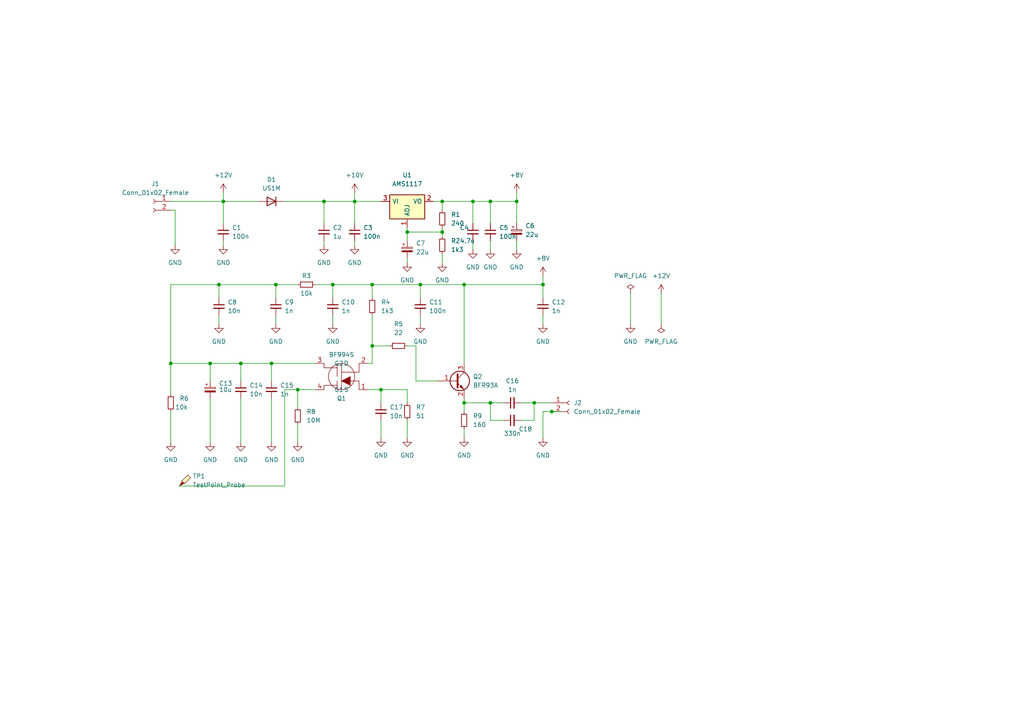
<source format=kicad_sch>
(kicad_sch
	(version 20250114)
	(generator "eeschema")
	(generator_version "9.0")
	(uuid "e63e39d7-6ac0-4ffd-8aa3-1841a4541b55")
	(paper "A4")
	(lib_symbols
		(symbol "Connector:Conn_01x02_Female"
			(pin_names
				(offset 1.016)
				(hide yes)
			)
			(exclude_from_sim no)
			(in_bom yes)
			(on_board yes)
			(property "Reference" "J"
				(at 0 2.54 0)
				(effects
					(font
						(size 1.27 1.27)
					)
				)
			)
			(property "Value" "Conn_01x02_Female"
				(at 0 -5.08 0)
				(effects
					(font
						(size 1.27 1.27)
					)
				)
			)
			(property "Footprint" ""
				(at 0 0 0)
				(effects
					(font
						(size 1.27 1.27)
					)
					(hide yes)
				)
			)
			(property "Datasheet" "~"
				(at 0 0 0)
				(effects
					(font
						(size 1.27 1.27)
					)
					(hide yes)
				)
			)
			(property "Description" "Generic connector, single row, 01x02, script generated (kicad-library-utils/schlib/autogen/connector/)"
				(at 0 0 0)
				(effects
					(font
						(size 1.27 1.27)
					)
					(hide yes)
				)
			)
			(property "ki_keywords" "connector"
				(at 0 0 0)
				(effects
					(font
						(size 1.27 1.27)
					)
					(hide yes)
				)
			)
			(property "ki_fp_filters" "Connector*:*_1x??_*"
				(at 0 0 0)
				(effects
					(font
						(size 1.27 1.27)
					)
					(hide yes)
				)
			)
			(symbol "Conn_01x02_Female_1_1"
				(polyline
					(pts
						(xy -1.27 0) (xy -0.508 0)
					)
					(stroke
						(width 0.1524)
						(type default)
					)
					(fill
						(type none)
					)
				)
				(polyline
					(pts
						(xy -1.27 -2.54) (xy -0.508 -2.54)
					)
					(stroke
						(width 0.1524)
						(type default)
					)
					(fill
						(type none)
					)
				)
				(arc
					(start 0 -0.508)
					(mid -0.5058 0)
					(end 0 0.508)
					(stroke
						(width 0.1524)
						(type default)
					)
					(fill
						(type none)
					)
				)
				(arc
					(start 0 -3.048)
					(mid -0.5058 -2.54)
					(end 0 -2.032)
					(stroke
						(width 0.1524)
						(type default)
					)
					(fill
						(type none)
					)
				)
				(pin passive line
					(at -5.08 0 0)
					(length 3.81)
					(name "Pin_1"
						(effects
							(font
								(size 1.27 1.27)
							)
						)
					)
					(number "1"
						(effects
							(font
								(size 1.27 1.27)
							)
						)
					)
				)
				(pin passive line
					(at -5.08 -2.54 0)
					(length 3.81)
					(name "Pin_2"
						(effects
							(font
								(size 1.27 1.27)
							)
						)
					)
					(number "2"
						(effects
							(font
								(size 1.27 1.27)
							)
						)
					)
				)
			)
			(embedded_fonts no)
		)
		(symbol "Connector:TestPoint_Probe"
			(pin_numbers
				(hide yes)
			)
			(pin_names
				(offset 0.762)
				(hide yes)
			)
			(exclude_from_sim no)
			(in_bom yes)
			(on_board yes)
			(property "Reference" "TP"
				(at 1.651 5.842 0)
				(effects
					(font
						(size 1.27 1.27)
					)
				)
			)
			(property "Value" "TestPoint_Probe"
				(at 1.651 4.064 0)
				(effects
					(font
						(size 1.27 1.27)
					)
				)
			)
			(property "Footprint" ""
				(at 5.08 0 0)
				(effects
					(font
						(size 1.27 1.27)
					)
					(hide yes)
				)
			)
			(property "Datasheet" "~"
				(at 5.08 0 0)
				(effects
					(font
						(size 1.27 1.27)
					)
					(hide yes)
				)
			)
			(property "Description" "test point (alternative probe-style design)"
				(at 0 0 0)
				(effects
					(font
						(size 1.27 1.27)
					)
					(hide yes)
				)
			)
			(property "ki_keywords" "test point tp"
				(at 0 0 0)
				(effects
					(font
						(size 1.27 1.27)
					)
					(hide yes)
				)
			)
			(property "ki_fp_filters" "Pin* Test*"
				(at 0 0 0)
				(effects
					(font
						(size 1.27 1.27)
					)
					(hide yes)
				)
			)
			(symbol "TestPoint_Probe_0_1"
				(polyline
					(pts
						(xy 1.27 0.762) (xy 0 0) (xy 0.762 1.27) (xy 1.27 0.762)
					)
					(stroke
						(width 0)
						(type default)
					)
					(fill
						(type outline)
					)
				)
				(polyline
					(pts
						(xy 1.397 0.635) (xy 0.635 1.397) (xy 2.413 3.175) (xy 3.175 2.413) (xy 1.397 0.635)
					)
					(stroke
						(width 0)
						(type default)
					)
					(fill
						(type background)
					)
				)
			)
			(symbol "TestPoint_Probe_1_1"
				(pin passive line
					(at 0 0 90)
					(length 0)
					(name "1"
						(effects
							(font
								(size 1.27 1.27)
							)
						)
					)
					(number "1"
						(effects
							(font
								(size 1.27 1.27)
							)
						)
					)
				)
			)
			(embedded_fonts no)
		)
		(symbol "Device:C_Polarized_Small"
			(pin_numbers
				(hide yes)
			)
			(pin_names
				(offset 0.254)
				(hide yes)
			)
			(exclude_from_sim no)
			(in_bom yes)
			(on_board yes)
			(property "Reference" "C"
				(at 0.254 1.778 0)
				(effects
					(font
						(size 1.27 1.27)
					)
					(justify left)
				)
			)
			(property "Value" "C_Polarized_Small"
				(at 0.254 -2.032 0)
				(effects
					(font
						(size 1.27 1.27)
					)
					(justify left)
				)
			)
			(property "Footprint" ""
				(at 0 0 0)
				(effects
					(font
						(size 1.27 1.27)
					)
					(hide yes)
				)
			)
			(property "Datasheet" "~"
				(at 0 0 0)
				(effects
					(font
						(size 1.27 1.27)
					)
					(hide yes)
				)
			)
			(property "Description" "Polarized capacitor, small symbol"
				(at 0 0 0)
				(effects
					(font
						(size 1.27 1.27)
					)
					(hide yes)
				)
			)
			(property "ki_keywords" "cap capacitor"
				(at 0 0 0)
				(effects
					(font
						(size 1.27 1.27)
					)
					(hide yes)
				)
			)
			(property "ki_fp_filters" "CP_*"
				(at 0 0 0)
				(effects
					(font
						(size 1.27 1.27)
					)
					(hide yes)
				)
			)
			(symbol "C_Polarized_Small_0_1"
				(rectangle
					(start -1.524 0.6858)
					(end 1.524 0.3048)
					(stroke
						(width 0)
						(type default)
					)
					(fill
						(type none)
					)
				)
				(rectangle
					(start -1.524 -0.3048)
					(end 1.524 -0.6858)
					(stroke
						(width 0)
						(type default)
					)
					(fill
						(type outline)
					)
				)
				(polyline
					(pts
						(xy -1.27 1.524) (xy -0.762 1.524)
					)
					(stroke
						(width 0)
						(type default)
					)
					(fill
						(type none)
					)
				)
				(polyline
					(pts
						(xy -1.016 1.27) (xy -1.016 1.778)
					)
					(stroke
						(width 0)
						(type default)
					)
					(fill
						(type none)
					)
				)
			)
			(symbol "C_Polarized_Small_1_1"
				(pin passive line
					(at 0 2.54 270)
					(length 1.8542)
					(name "~"
						(effects
							(font
								(size 1.27 1.27)
							)
						)
					)
					(number "1"
						(effects
							(font
								(size 1.27 1.27)
							)
						)
					)
				)
				(pin passive line
					(at 0 -2.54 90)
					(length 1.8542)
					(name "~"
						(effects
							(font
								(size 1.27 1.27)
							)
						)
					)
					(number "2"
						(effects
							(font
								(size 1.27 1.27)
							)
						)
					)
				)
			)
			(embedded_fonts no)
		)
		(symbol "Device:C_Small"
			(pin_numbers
				(hide yes)
			)
			(pin_names
				(offset 0.254)
				(hide yes)
			)
			(exclude_from_sim no)
			(in_bom yes)
			(on_board yes)
			(property "Reference" "C"
				(at 0.254 1.778 0)
				(effects
					(font
						(size 1.27 1.27)
					)
					(justify left)
				)
			)
			(property "Value" "C_Small"
				(at 0.254 -2.032 0)
				(effects
					(font
						(size 1.27 1.27)
					)
					(justify left)
				)
			)
			(property "Footprint" ""
				(at 0 0 0)
				(effects
					(font
						(size 1.27 1.27)
					)
					(hide yes)
				)
			)
			(property "Datasheet" "~"
				(at 0 0 0)
				(effects
					(font
						(size 1.27 1.27)
					)
					(hide yes)
				)
			)
			(property "Description" "Unpolarized capacitor, small symbol"
				(at 0 0 0)
				(effects
					(font
						(size 1.27 1.27)
					)
					(hide yes)
				)
			)
			(property "ki_keywords" "capacitor cap"
				(at 0 0 0)
				(effects
					(font
						(size 1.27 1.27)
					)
					(hide yes)
				)
			)
			(property "ki_fp_filters" "C_*"
				(at 0 0 0)
				(effects
					(font
						(size 1.27 1.27)
					)
					(hide yes)
				)
			)
			(symbol "C_Small_0_1"
				(polyline
					(pts
						(xy -1.524 0.508) (xy 1.524 0.508)
					)
					(stroke
						(width 0.3048)
						(type default)
					)
					(fill
						(type none)
					)
				)
				(polyline
					(pts
						(xy -1.524 -0.508) (xy 1.524 -0.508)
					)
					(stroke
						(width 0.3302)
						(type default)
					)
					(fill
						(type none)
					)
				)
			)
			(symbol "C_Small_1_1"
				(pin passive line
					(at 0 2.54 270)
					(length 2.032)
					(name "~"
						(effects
							(font
								(size 1.27 1.27)
							)
						)
					)
					(number "1"
						(effects
							(font
								(size 1.27 1.27)
							)
						)
					)
				)
				(pin passive line
					(at 0 -2.54 90)
					(length 2.032)
					(name "~"
						(effects
							(font
								(size 1.27 1.27)
							)
						)
					)
					(number "2"
						(effects
							(font
								(size 1.27 1.27)
							)
						)
					)
				)
			)
			(embedded_fonts no)
		)
		(symbol "Device:R_Small"
			(pin_numbers
				(hide yes)
			)
			(pin_names
				(offset 0.254)
				(hide yes)
			)
			(exclude_from_sim no)
			(in_bom yes)
			(on_board yes)
			(property "Reference" "R"
				(at 0.762 0.508 0)
				(effects
					(font
						(size 1.27 1.27)
					)
					(justify left)
				)
			)
			(property "Value" "R_Small"
				(at 0.762 -1.016 0)
				(effects
					(font
						(size 1.27 1.27)
					)
					(justify left)
				)
			)
			(property "Footprint" ""
				(at 0 0 0)
				(effects
					(font
						(size 1.27 1.27)
					)
					(hide yes)
				)
			)
			(property "Datasheet" "~"
				(at 0 0 0)
				(effects
					(font
						(size 1.27 1.27)
					)
					(hide yes)
				)
			)
			(property "Description" "Resistor, small symbol"
				(at 0 0 0)
				(effects
					(font
						(size 1.27 1.27)
					)
					(hide yes)
				)
			)
			(property "ki_keywords" "R resistor"
				(at 0 0 0)
				(effects
					(font
						(size 1.27 1.27)
					)
					(hide yes)
				)
			)
			(property "ki_fp_filters" "R_*"
				(at 0 0 0)
				(effects
					(font
						(size 1.27 1.27)
					)
					(hide yes)
				)
			)
			(symbol "R_Small_0_1"
				(rectangle
					(start -0.762 1.778)
					(end 0.762 -1.778)
					(stroke
						(width 0.2032)
						(type default)
					)
					(fill
						(type none)
					)
				)
			)
			(symbol "R_Small_1_1"
				(pin passive line
					(at 0 2.54 270)
					(length 0.762)
					(name "~"
						(effects
							(font
								(size 1.27 1.27)
							)
						)
					)
					(number "1"
						(effects
							(font
								(size 1.27 1.27)
							)
						)
					)
				)
				(pin passive line
					(at 0 -2.54 90)
					(length 0.762)
					(name "~"
						(effects
							(font
								(size 1.27 1.27)
							)
						)
					)
					(number "2"
						(effects
							(font
								(size 1.27 1.27)
							)
						)
					)
				)
			)
			(embedded_fonts no)
		)
		(symbol "Diode:US1M"
			(pin_numbers
				(hide yes)
			)
			(pin_names
				(offset 1.016)
				(hide yes)
			)
			(exclude_from_sim no)
			(in_bom yes)
			(on_board yes)
			(property "Reference" "D"
				(at 0 2.54 0)
				(effects
					(font
						(size 1.27 1.27)
					)
				)
			)
			(property "Value" "US1M"
				(at 0 -2.54 0)
				(effects
					(font
						(size 1.27 1.27)
					)
				)
			)
			(property "Footprint" "Diode_SMD:D_SMA"
				(at 0 -4.445 0)
				(effects
					(font
						(size 1.27 1.27)
					)
					(hide yes)
				)
			)
			(property "Datasheet" "https://www.diodes.com/assets/Datasheets/ds16008.pdf"
				(at 0 0 0)
				(effects
					(font
						(size 1.27 1.27)
					)
					(hide yes)
				)
			)
			(property "Description" "1000V, 1A, General Purpose Rectifier Diode, SMA(DO-214AC)"
				(at 0 0 0)
				(effects
					(font
						(size 1.27 1.27)
					)
					(hide yes)
				)
			)
			(property "ki_keywords" "Ultra Fast"
				(at 0 0 0)
				(effects
					(font
						(size 1.27 1.27)
					)
					(hide yes)
				)
			)
			(property "ki_fp_filters" "D*SMA*"
				(at 0 0 0)
				(effects
					(font
						(size 1.27 1.27)
					)
					(hide yes)
				)
			)
			(symbol "US1M_0_1"
				(polyline
					(pts
						(xy -1.27 1.27) (xy -1.27 -1.27)
					)
					(stroke
						(width 0.254)
						(type default)
					)
					(fill
						(type none)
					)
				)
				(polyline
					(pts
						(xy 1.27 1.27) (xy 1.27 -1.27) (xy -1.27 0) (xy 1.27 1.27)
					)
					(stroke
						(width 0.254)
						(type default)
					)
					(fill
						(type none)
					)
				)
				(polyline
					(pts
						(xy 1.27 0) (xy -1.27 0)
					)
					(stroke
						(width 0)
						(type default)
					)
					(fill
						(type none)
					)
				)
			)
			(symbol "US1M_1_1"
				(pin passive line
					(at -3.81 0 0)
					(length 2.54)
					(name "K"
						(effects
							(font
								(size 1.27 1.27)
							)
						)
					)
					(number "1"
						(effects
							(font
								(size 1.27 1.27)
							)
						)
					)
				)
				(pin passive line
					(at 3.81 0 180)
					(length 2.54)
					(name "A"
						(effects
							(font
								(size 1.27 1.27)
							)
						)
					)
					(number "2"
						(effects
							(font
								(size 1.27 1.27)
							)
						)
					)
				)
			)
			(embedded_fonts no)
		)
		(symbol "Regulator_Linear:AMS1117"
			(pin_names
				(offset 0.762)
			)
			(exclude_from_sim no)
			(in_bom yes)
			(on_board yes)
			(property "Reference" "U"
				(at -3.81 3.175 0)
				(effects
					(font
						(size 1.27 1.27)
					)
				)
			)
			(property "Value" "AMS1117"
				(at 0 3.175 0)
				(effects
					(font
						(size 1.27 1.27)
					)
					(justify left)
				)
			)
			(property "Footprint" "Package_TO_SOT_SMD:SOT-223-3_TabPin2"
				(at 0 5.08 0)
				(effects
					(font
						(size 1.27 1.27)
					)
					(hide yes)
				)
			)
			(property "Datasheet" "http://www.advanced-monolithic.com/pdf/ds1117.pdf"
				(at 2.54 -6.35 0)
				(effects
					(font
						(size 1.27 1.27)
					)
					(hide yes)
				)
			)
			(property "Description" "1A Low Dropout regulator, positive, adjustable output, SOT-223"
				(at 0 0 0)
				(effects
					(font
						(size 1.27 1.27)
					)
					(hide yes)
				)
			)
			(property "ki_keywords" "linear regulator ldo adjustable positive"
				(at 0 0 0)
				(effects
					(font
						(size 1.27 1.27)
					)
					(hide yes)
				)
			)
			(property "ki_fp_filters" "SOT?223*TabPin2*"
				(at 0 0 0)
				(effects
					(font
						(size 1.27 1.27)
					)
					(hide yes)
				)
			)
			(symbol "AMS1117_0_1"
				(rectangle
					(start -5.08 -5.08)
					(end 5.08 1.905)
					(stroke
						(width 0.254)
						(type default)
					)
					(fill
						(type background)
					)
				)
			)
			(symbol "AMS1117_1_1"
				(pin power_in line
					(at -7.62 0 0)
					(length 2.54)
					(name "VI"
						(effects
							(font
								(size 1.27 1.27)
							)
						)
					)
					(number "3"
						(effects
							(font
								(size 1.27 1.27)
							)
						)
					)
				)
				(pin input line
					(at 0 -7.62 90)
					(length 2.54)
					(name "ADJ"
						(effects
							(font
								(size 1.27 1.27)
							)
						)
					)
					(number "1"
						(effects
							(font
								(size 1.27 1.27)
							)
						)
					)
				)
				(pin power_out line
					(at 7.62 0 180)
					(length 2.54)
					(name "VO"
						(effects
							(font
								(size 1.27 1.27)
							)
						)
					)
					(number "2"
						(effects
							(font
								(size 1.27 1.27)
							)
						)
					)
				)
			)
			(embedded_fonts no)
		)
		(symbol "Transistor_BJT:BFR92"
			(pin_names
				(offset 0)
				(hide yes)
			)
			(exclude_from_sim no)
			(in_bom yes)
			(on_board yes)
			(property "Reference" "Q"
				(at 5.08 1.905 0)
				(effects
					(font
						(size 1.27 1.27)
					)
					(justify left)
				)
			)
			(property "Value" "BFR92"
				(at 5.08 0 0)
				(effects
					(font
						(size 1.27 1.27)
					)
					(justify left)
				)
			)
			(property "Footprint" "Package_TO_SOT_SMD:SOT-323_SC-70"
				(at 5.08 -1.905 0)
				(effects
					(font
						(size 1.27 1.27)
						(italic yes)
					)
					(justify left)
					(hide yes)
				)
			)
			(property "Datasheet" "https://assets.nexperia.com/documents/data-sheet/BFR92A_N.pdf"
				(at 0 0 0)
				(effects
					(font
						(size 1.27 1.27)
					)
					(justify left)
					(hide yes)
				)
			)
			(property "Description" "0.025A Ic, 15V Vce, 5GHz Wideband NPN Transistor, SOT-323"
				(at 0 0 0)
				(effects
					(font
						(size 1.27 1.27)
					)
					(hide yes)
				)
			)
			(property "ki_keywords" "RF 5GHz NPN Transistor"
				(at 0 0 0)
				(effects
					(font
						(size 1.27 1.27)
					)
					(hide yes)
				)
			)
			(property "ki_fp_filters" "SOT?323*"
				(at 0 0 0)
				(effects
					(font
						(size 1.27 1.27)
					)
					(hide yes)
				)
			)
			(symbol "BFR92_0_1"
				(polyline
					(pts
						(xy 0 0) (xy 0.635 0)
					)
					(stroke
						(width 0)
						(type default)
					)
					(fill
						(type none)
					)
				)
				(polyline
					(pts
						(xy 0.635 1.905) (xy 0.635 0) (xy 0.635 -1.905) (xy 0.635 -1.905)
					)
					(stroke
						(width 0.508)
						(type default)
					)
					(fill
						(type none)
					)
				)
				(polyline
					(pts
						(xy 0.635 0.635) (xy 2.54 2.54)
					)
					(stroke
						(width 0)
						(type default)
					)
					(fill
						(type none)
					)
				)
				(circle
					(center 1.27 0)
					(radius 2.8194)
					(stroke
						(width 0.254)
						(type default)
					)
					(fill
						(type none)
					)
				)
				(polyline
					(pts
						(xy 2.286 -2.286) (xy 1.778 -1.27) (xy 1.27 -1.778) (xy 2.286 -2.286) (xy 2.286 -2.286)
					)
					(stroke
						(width 0)
						(type default)
					)
					(fill
						(type outline)
					)
				)
				(polyline
					(pts
						(xy 2.54 -2.54) (xy 0.635 -0.635)
					)
					(stroke
						(width 0)
						(type default)
					)
					(fill
						(type none)
					)
				)
			)
			(symbol "BFR92_1_1"
				(pin input line
					(at -5.08 0 0)
					(length 5.08)
					(name "B"
						(effects
							(font
								(size 1.27 1.27)
							)
						)
					)
					(number "1"
						(effects
							(font
								(size 1.27 1.27)
							)
						)
					)
				)
				(pin passive line
					(at 2.54 5.08 270)
					(length 2.54)
					(name "C"
						(effects
							(font
								(size 1.27 1.27)
							)
						)
					)
					(number "3"
						(effects
							(font
								(size 1.27 1.27)
							)
						)
					)
				)
				(pin passive line
					(at 2.54 -5.08 90)
					(length 2.54)
					(name "E"
						(effects
							(font
								(size 1.27 1.27)
							)
						)
					)
					(number "2"
						(effects
							(font
								(size 1.27 1.27)
							)
						)
					)
				)
			)
			(embedded_fonts no)
		)
		(symbol "Tranzystory w.cz.:BF994S"
			(pin_names
				(offset 3)
			)
			(exclude_from_sim no)
			(in_bom yes)
			(on_board yes)
			(property "Reference" "Q"
				(at 0 -6.35 0)
				(effects
					(font
						(size 1.27 1.27)
					)
				)
			)
			(property "Value" "BF994S"
				(at -1.27 7.62 0)
				(effects
					(font
						(size 1.27 1.27)
					)
				)
			)
			(property "Footprint" ""
				(at 0 0 0)
				(effects
					(font
						(size 1.27 1.27)
					)
					(hide yes)
				)
			)
			(property "Datasheet" ""
				(at 0 0 0)
				(effects
					(font
						(size 1.27 1.27)
					)
					(hide yes)
				)
			)
			(property "Description" ""
				(at 0 0 0)
				(effects
					(font
						(size 1.27 1.27)
					)
					(hide yes)
				)
			)
			(symbol "BF994S_0_1"
				(polyline
					(pts
						(xy -5.08 3.81) (xy -5.08 2.54) (xy -1.27 2.54)
					)
					(stroke
						(width 0)
						(type default)
					)
					(fill
						(type none)
					)
				)
				(polyline
					(pts
						(xy -5.08 -3.81) (xy -5.08 -2.54) (xy -1.27 -2.54)
					)
					(stroke
						(width 0)
						(type default)
					)
					(fill
						(type none)
					)
				)
				(polyline
					(pts
						(xy -1.27 3.81) (xy -1.27 1.27)
					)
					(stroke
						(width 0)
						(type default)
					)
					(fill
						(type none)
					)
				)
				(polyline
					(pts
						(xy -1.27 0) (xy -1.27 1.27)
					)
					(stroke
						(width 0)
						(type default)
					)
					(fill
						(type none)
					)
				)
				(polyline
					(pts
						(xy -1.27 -1.27) (xy -1.27 -3.81)
					)
					(stroke
						(width 0)
						(type default)
					)
					(fill
						(type none)
					)
				)
				(polyline
					(pts
						(xy 0 3.81) (xy 0 -3.81)
					)
					(stroke
						(width 0)
						(type default)
					)
					(fill
						(type none)
					)
				)
				(polyline
					(pts
						(xy 0 1.27) (xy 5.08 1.27) (xy 5.08 3.81) (xy 5.08 3.81)
					)
					(stroke
						(width 0)
						(type default)
					)
					(fill
						(type none)
					)
				)
				(circle
					(center 0 0)
					(radius 3.81)
					(stroke
						(width 0)
						(type default)
					)
					(fill
						(type none)
					)
				)
				(polyline
					(pts
						(xy 0 -1.27) (xy 2.54 0) (xy 2.54 -2.54) (xy 0 -1.27)
					)
					(stroke
						(width 0)
						(type default)
					)
					(fill
						(type outline)
					)
				)
				(polyline
					(pts
						(xy 2.54 -1.27) (xy 5.08 -1.27) (xy 5.08 -3.81) (xy 5.08 -3.81)
					)
					(stroke
						(width 0)
						(type default)
					)
					(fill
						(type none)
					)
				)
			)
			(symbol "BF994S_1_1"
				(pin input line
					(at -7.62 3.81 0)
					(length 2.54)
					(name "G2"
						(effects
							(font
								(size 1.27 1.27)
							)
						)
					)
					(number "3"
						(effects
							(font
								(size 1.27 1.27)
							)
						)
					)
				)
				(pin input line
					(at -7.62 -3.81 0)
					(length 2.54)
					(name "G1"
						(effects
							(font
								(size 1.27 1.27)
							)
						)
					)
					(number "4"
						(effects
							(font
								(size 1.27 1.27)
							)
						)
					)
				)
				(pin input line
					(at 7.62 3.81 180)
					(length 2.54)
					(name "D"
						(effects
							(font
								(size 1.27 1.27)
							)
						)
					)
					(number "2"
						(effects
							(font
								(size 1.27 1.27)
							)
						)
					)
				)
				(pin input line
					(at 7.62 -3.81 180)
					(length 2.54)
					(name "S"
						(effects
							(font
								(size 1.27 1.27)
							)
						)
					)
					(number "1"
						(effects
							(font
								(size 1.27 1.27)
							)
						)
					)
				)
			)
			(embedded_fonts no)
		)
		(symbol "power:+10V"
			(power)
			(pin_names
				(offset 0)
			)
			(exclude_from_sim no)
			(in_bom yes)
			(on_board yes)
			(property "Reference" "#PWR"
				(at 0 -3.81 0)
				(effects
					(font
						(size 1.27 1.27)
					)
					(hide yes)
				)
			)
			(property "Value" "+10V"
				(at 0 3.556 0)
				(effects
					(font
						(size 1.27 1.27)
					)
				)
			)
			(property "Footprint" ""
				(at 0 0 0)
				(effects
					(font
						(size 1.27 1.27)
					)
					(hide yes)
				)
			)
			(property "Datasheet" ""
				(at 0 0 0)
				(effects
					(font
						(size 1.27 1.27)
					)
					(hide yes)
				)
			)
			(property "Description" "Power symbol creates a global label with name \"+10V\""
				(at 0 0 0)
				(effects
					(font
						(size 1.27 1.27)
					)
					(hide yes)
				)
			)
			(property "ki_keywords" "power-flag"
				(at 0 0 0)
				(effects
					(font
						(size 1.27 1.27)
					)
					(hide yes)
				)
			)
			(symbol "+10V_0_1"
				(polyline
					(pts
						(xy -0.762 1.27) (xy 0 2.54)
					)
					(stroke
						(width 0)
						(type default)
					)
					(fill
						(type none)
					)
				)
				(polyline
					(pts
						(xy 0 2.54) (xy 0.762 1.27)
					)
					(stroke
						(width 0)
						(type default)
					)
					(fill
						(type none)
					)
				)
				(polyline
					(pts
						(xy 0 0) (xy 0 2.54)
					)
					(stroke
						(width 0)
						(type default)
					)
					(fill
						(type none)
					)
				)
			)
			(symbol "+10V_1_1"
				(pin power_in line
					(at 0 0 90)
					(length 0)
					(hide yes)
					(name "+10V"
						(effects
							(font
								(size 1.27 1.27)
							)
						)
					)
					(number "1"
						(effects
							(font
								(size 1.27 1.27)
							)
						)
					)
				)
			)
			(embedded_fonts no)
		)
		(symbol "power:+12V"
			(power)
			(pin_names
				(offset 0)
			)
			(exclude_from_sim no)
			(in_bom yes)
			(on_board yes)
			(property "Reference" "#PWR"
				(at 0 -3.81 0)
				(effects
					(font
						(size 1.27 1.27)
					)
					(hide yes)
				)
			)
			(property "Value" "+12V"
				(at 0 3.556 0)
				(effects
					(font
						(size 1.27 1.27)
					)
				)
			)
			(property "Footprint" ""
				(at 0 0 0)
				(effects
					(font
						(size 1.27 1.27)
					)
					(hide yes)
				)
			)
			(property "Datasheet" ""
				(at 0 0 0)
				(effects
					(font
						(size 1.27 1.27)
					)
					(hide yes)
				)
			)
			(property "Description" "Power symbol creates a global label with name \"+12V\""
				(at 0 0 0)
				(effects
					(font
						(size 1.27 1.27)
					)
					(hide yes)
				)
			)
			(property "ki_keywords" "power-flag"
				(at 0 0 0)
				(effects
					(font
						(size 1.27 1.27)
					)
					(hide yes)
				)
			)
			(symbol "+12V_0_1"
				(polyline
					(pts
						(xy -0.762 1.27) (xy 0 2.54)
					)
					(stroke
						(width 0)
						(type default)
					)
					(fill
						(type none)
					)
				)
				(polyline
					(pts
						(xy 0 2.54) (xy 0.762 1.27)
					)
					(stroke
						(width 0)
						(type default)
					)
					(fill
						(type none)
					)
				)
				(polyline
					(pts
						(xy 0 0) (xy 0 2.54)
					)
					(stroke
						(width 0)
						(type default)
					)
					(fill
						(type none)
					)
				)
			)
			(symbol "+12V_1_1"
				(pin power_in line
					(at 0 0 90)
					(length 0)
					(hide yes)
					(name "+12V"
						(effects
							(font
								(size 1.27 1.27)
							)
						)
					)
					(number "1"
						(effects
							(font
								(size 1.27 1.27)
							)
						)
					)
				)
			)
			(embedded_fonts no)
		)
		(symbol "power:+8V"
			(power)
			(pin_names
				(offset 0)
			)
			(exclude_from_sim no)
			(in_bom yes)
			(on_board yes)
			(property "Reference" "#PWR"
				(at 0 -3.81 0)
				(effects
					(font
						(size 1.27 1.27)
					)
					(hide yes)
				)
			)
			(property "Value" "+8V"
				(at 0 3.556 0)
				(effects
					(font
						(size 1.27 1.27)
					)
				)
			)
			(property "Footprint" ""
				(at 0 0 0)
				(effects
					(font
						(size 1.27 1.27)
					)
					(hide yes)
				)
			)
			(property "Datasheet" ""
				(at 0 0 0)
				(effects
					(font
						(size 1.27 1.27)
					)
					(hide yes)
				)
			)
			(property "Description" "Power symbol creates a global label with name \"+8V\""
				(at 0 0 0)
				(effects
					(font
						(size 1.27 1.27)
					)
					(hide yes)
				)
			)
			(property "ki_keywords" "power-flag"
				(at 0 0 0)
				(effects
					(font
						(size 1.27 1.27)
					)
					(hide yes)
				)
			)
			(symbol "+8V_0_1"
				(polyline
					(pts
						(xy -0.762 1.27) (xy 0 2.54)
					)
					(stroke
						(width 0)
						(type default)
					)
					(fill
						(type none)
					)
				)
				(polyline
					(pts
						(xy 0 2.54) (xy 0.762 1.27)
					)
					(stroke
						(width 0)
						(type default)
					)
					(fill
						(type none)
					)
				)
				(polyline
					(pts
						(xy 0 0) (xy 0 2.54)
					)
					(stroke
						(width 0)
						(type default)
					)
					(fill
						(type none)
					)
				)
			)
			(symbol "+8V_1_1"
				(pin power_in line
					(at 0 0 90)
					(length 0)
					(hide yes)
					(name "+8V"
						(effects
							(font
								(size 1.27 1.27)
							)
						)
					)
					(number "1"
						(effects
							(font
								(size 1.27 1.27)
							)
						)
					)
				)
			)
			(embedded_fonts no)
		)
		(symbol "power:GND"
			(power)
			(pin_names
				(offset 0)
			)
			(exclude_from_sim no)
			(in_bom yes)
			(on_board yes)
			(property "Reference" "#PWR"
				(at 0 -6.35 0)
				(effects
					(font
						(size 1.27 1.27)
					)
					(hide yes)
				)
			)
			(property "Value" "GND"
				(at 0 -3.81 0)
				(effects
					(font
						(size 1.27 1.27)
					)
				)
			)
			(property "Footprint" ""
				(at 0 0 0)
				(effects
					(font
						(size 1.27 1.27)
					)
					(hide yes)
				)
			)
			(property "Datasheet" ""
				(at 0 0 0)
				(effects
					(font
						(size 1.27 1.27)
					)
					(hide yes)
				)
			)
			(property "Description" "Power symbol creates a global label with name \"GND\" , ground"
				(at 0 0 0)
				(effects
					(font
						(size 1.27 1.27)
					)
					(hide yes)
				)
			)
			(property "ki_keywords" "power-flag"
				(at 0 0 0)
				(effects
					(font
						(size 1.27 1.27)
					)
					(hide yes)
				)
			)
			(symbol "GND_0_1"
				(polyline
					(pts
						(xy 0 0) (xy 0 -1.27) (xy 1.27 -1.27) (xy 0 -2.54) (xy -1.27 -1.27) (xy 0 -1.27)
					)
					(stroke
						(width 0)
						(type default)
					)
					(fill
						(type none)
					)
				)
			)
			(symbol "GND_1_1"
				(pin power_in line
					(at 0 0 270)
					(length 0)
					(hide yes)
					(name "GND"
						(effects
							(font
								(size 1.27 1.27)
							)
						)
					)
					(number "1"
						(effects
							(font
								(size 1.27 1.27)
							)
						)
					)
				)
			)
			(embedded_fonts no)
		)
		(symbol "power:PWR_FLAG"
			(power)
			(pin_numbers
				(hide yes)
			)
			(pin_names
				(offset 0)
				(hide yes)
			)
			(exclude_from_sim no)
			(in_bom yes)
			(on_board yes)
			(property "Reference" "#FLG"
				(at 0 1.905 0)
				(effects
					(font
						(size 1.27 1.27)
					)
					(hide yes)
				)
			)
			(property "Value" "PWR_FLAG"
				(at 0 3.81 0)
				(effects
					(font
						(size 1.27 1.27)
					)
				)
			)
			(property "Footprint" ""
				(at 0 0 0)
				(effects
					(font
						(size 1.27 1.27)
					)
					(hide yes)
				)
			)
			(property "Datasheet" "~"
				(at 0 0 0)
				(effects
					(font
						(size 1.27 1.27)
					)
					(hide yes)
				)
			)
			(property "Description" "Special symbol for telling ERC where power comes from"
				(at 0 0 0)
				(effects
					(font
						(size 1.27 1.27)
					)
					(hide yes)
				)
			)
			(property "ki_keywords" "power-flag"
				(at 0 0 0)
				(effects
					(font
						(size 1.27 1.27)
					)
					(hide yes)
				)
			)
			(symbol "PWR_FLAG_0_0"
				(pin power_out line
					(at 0 0 90)
					(length 0)
					(name "pwr"
						(effects
							(font
								(size 1.27 1.27)
							)
						)
					)
					(number "1"
						(effects
							(font
								(size 1.27 1.27)
							)
						)
					)
				)
			)
			(symbol "PWR_FLAG_0_1"
				(polyline
					(pts
						(xy 0 0) (xy 0 1.27) (xy -1.016 1.905) (xy 0 2.54) (xy 1.016 1.905) (xy 0 1.27)
					)
					(stroke
						(width 0)
						(type default)
					)
					(fill
						(type none)
					)
				)
			)
			(embedded_fonts no)
		)
	)
	(junction
		(at 96.52 82.55)
		(diameter 0)
		(color 0 0 0 0)
		(uuid "01b7a965-5557-4bed-a08d-b08131ad4ae7")
	)
	(junction
		(at 142.24 116.84)
		(diameter 0)
		(color 0 0 0 0)
		(uuid "0a0b7273-2e8d-4a77-8394-e9270b4c5a11")
	)
	(junction
		(at 49.53 105.41)
		(diameter 0)
		(color 0 0 0 0)
		(uuid "0a2f1e90-4c4a-4f1f-bc01-a2e8ba902d78")
	)
	(junction
		(at 137.16 58.42)
		(diameter 0)
		(color 0 0 0 0)
		(uuid "0b296b7c-7359-454e-8013-9f8c51b8320d")
	)
	(junction
		(at 93.98 58.42)
		(diameter 0)
		(color 0 0 0 0)
		(uuid "10f4c7ba-356d-4355-a134-81579743558a")
	)
	(junction
		(at 149.86 58.42)
		(diameter 0)
		(color 0 0 0 0)
		(uuid "347f35c8-e7e4-41c2-bcab-f7e8e8dc9122")
	)
	(junction
		(at 160.02 119.38)
		(diameter 0)
		(color 0 0 0 0)
		(uuid "421ef078-e092-4226-a25b-b8dc74536d84")
	)
	(junction
		(at 69.85 105.41)
		(diameter 0)
		(color 0 0 0 0)
		(uuid "4bc4873f-11b0-4b97-bbb5-ff396d04d0f5")
	)
	(junction
		(at 134.62 116.84)
		(diameter 0)
		(color 0 0 0 0)
		(uuid "52b21f0f-2e9e-4b3d-8cbd-88729190cedf")
	)
	(junction
		(at 80.01 82.55)
		(diameter 0)
		(color 0 0 0 0)
		(uuid "57355a2d-6582-4ade-9484-c7887cc751f0")
	)
	(junction
		(at 154.94 116.84)
		(diameter 0)
		(color 0 0 0 0)
		(uuid "5ac5c048-3395-4120-923d-801d9781dc72")
	)
	(junction
		(at 118.11 67.31)
		(diameter 0)
		(color 0 0 0 0)
		(uuid "63cd044c-90b6-4d27-be29-e6c83f7ef2b5")
	)
	(junction
		(at 64.77 58.42)
		(diameter 0)
		(color 0 0 0 0)
		(uuid "65aa92e9-dd37-4c57-ab0f-483cf5562930")
	)
	(junction
		(at 128.27 67.31)
		(diameter 0)
		(color 0 0 0 0)
		(uuid "7054df9c-34fe-4eb4-9615-dda45f1f371e")
	)
	(junction
		(at 63.5 82.55)
		(diameter 0)
		(color 0 0 0 0)
		(uuid "7db17fdc-3679-437e-9f11-8b647b398a9e")
	)
	(junction
		(at 134.62 82.55)
		(diameter 0)
		(color 0 0 0 0)
		(uuid "878fed7d-f5d0-46b2-a48a-3660e38e018a")
	)
	(junction
		(at 107.95 100.33)
		(diameter 0)
		(color 0 0 0 0)
		(uuid "94d81c59-746b-4cfb-a77f-86a894364912")
	)
	(junction
		(at 102.87 58.42)
		(diameter 0)
		(color 0 0 0 0)
		(uuid "9a083b27-3d99-4bfa-a0be-a70939469c15")
	)
	(junction
		(at 78.74 105.41)
		(diameter 0)
		(color 0 0 0 0)
		(uuid "a3698031-ae07-41e0-a118-628d39e3bda9")
	)
	(junction
		(at 60.96 105.41)
		(diameter 0)
		(color 0 0 0 0)
		(uuid "a87cf018-adb5-4a17-afca-00e2d1e37766")
	)
	(junction
		(at 128.27 58.42)
		(diameter 0)
		(color 0 0 0 0)
		(uuid "b9199b86-177e-4c6c-9f1f-9d0c6c8ca398")
	)
	(junction
		(at 110.49 113.03)
		(diameter 0)
		(color 0 0 0 0)
		(uuid "bd34ecd5-b41a-44a6-996d-58a7caed68b2")
	)
	(junction
		(at 107.95 82.55)
		(diameter 0)
		(color 0 0 0 0)
		(uuid "c4d2e3e1-aa48-485f-9390-fd5cf06886db")
	)
	(junction
		(at 86.36 113.03)
		(diameter 0)
		(color 0 0 0 0)
		(uuid "cbdd1563-23ff-413b-a48c-3053c2be2b43")
	)
	(junction
		(at 121.92 82.55)
		(diameter 0)
		(color 0 0 0 0)
		(uuid "d2052a06-5813-4426-967b-d1ec34765932")
	)
	(junction
		(at 157.48 82.55)
		(diameter 0)
		(color 0 0 0 0)
		(uuid "de063e1f-f54c-472d-92cb-3c75f046af03")
	)
	(junction
		(at 142.24 58.42)
		(diameter 0)
		(color 0 0 0 0)
		(uuid "ff716530-b3b2-450d-bb13-831acab37299")
	)
	(wire
		(pts
			(xy 49.53 119.38) (xy 49.53 128.27)
		)
		(stroke
			(width 0)
			(type default)
		)
		(uuid "0320b3a8-e2ca-47fd-abb3-3ba32626432f")
	)
	(wire
		(pts
			(xy 107.95 82.55) (xy 107.95 86.36)
		)
		(stroke
			(width 0)
			(type default)
		)
		(uuid "04d791c1-2757-41fa-a211-e57790f39790")
	)
	(wire
		(pts
			(xy 107.95 100.33) (xy 113.03 100.33)
		)
		(stroke
			(width 0)
			(type default)
		)
		(uuid "077d02c1-c6f5-461a-ba72-e50225dd4e42")
	)
	(wire
		(pts
			(xy 86.36 113.03) (xy 91.44 113.03)
		)
		(stroke
			(width 0)
			(type default)
		)
		(uuid "07ae492b-5e9b-4d38-9572-b750df63f2cf")
	)
	(wire
		(pts
			(xy 137.16 58.42) (xy 142.24 58.42)
		)
		(stroke
			(width 0)
			(type default)
		)
		(uuid "087d5c1a-609d-4b72-abad-59ede3e0e15b")
	)
	(wire
		(pts
			(xy 137.16 58.42) (xy 137.16 64.77)
		)
		(stroke
			(width 0)
			(type default)
		)
		(uuid "088e5f5b-0063-4c25-b87d-ea1401bd0243")
	)
	(wire
		(pts
			(xy 137.16 69.85) (xy 137.16 72.39)
		)
		(stroke
			(width 0)
			(type default)
		)
		(uuid "0e7c1043-5302-4f94-974b-ab83ecb4d828")
	)
	(wire
		(pts
			(xy 142.24 116.84) (xy 134.62 116.84)
		)
		(stroke
			(width 0)
			(type default)
		)
		(uuid "0f80c692-66f1-4b2b-b384-25b20386fb99")
	)
	(wire
		(pts
			(xy 120.65 100.33) (xy 120.65 110.49)
		)
		(stroke
			(width 0)
			(type default)
		)
		(uuid "110b087a-e82c-4060-af76-848f72331cb3")
	)
	(wire
		(pts
			(xy 118.11 113.03) (xy 118.11 116.84)
		)
		(stroke
			(width 0)
			(type default)
		)
		(uuid "11c8e25a-5e49-4aed-ae88-12e435829470")
	)
	(wire
		(pts
			(xy 157.48 91.44) (xy 157.48 93.98)
		)
		(stroke
			(width 0)
			(type default)
		)
		(uuid "13168542-92b9-49c1-b9ca-ec9d9fe1c76c")
	)
	(wire
		(pts
			(xy 128.27 67.31) (xy 128.27 68.58)
		)
		(stroke
			(width 0)
			(type default)
		)
		(uuid "134558cd-d4a4-4462-862b-e0c8c9835511")
	)
	(wire
		(pts
			(xy 134.62 124.46) (xy 134.62 127)
		)
		(stroke
			(width 0)
			(type default)
		)
		(uuid "199cee84-1509-4cb7-b185-602ad8d0217b")
	)
	(wire
		(pts
			(xy 110.49 113.03) (xy 110.49 116.84)
		)
		(stroke
			(width 0)
			(type default)
		)
		(uuid "1c1f456d-9711-4a0c-81e8-baccee11fbd6")
	)
	(wire
		(pts
			(xy 49.53 58.42) (xy 64.77 58.42)
		)
		(stroke
			(width 0)
			(type default)
		)
		(uuid "1d4a5435-1d11-4149-a02c-a9fd1b728a39")
	)
	(wire
		(pts
			(xy 82.55 113.03) (xy 86.36 113.03)
		)
		(stroke
			(width 0)
			(type default)
		)
		(uuid "1ee82f1a-1abd-4d97-8265-5cbda74a1d66")
	)
	(wire
		(pts
			(xy 82.55 58.42) (xy 93.98 58.42)
		)
		(stroke
			(width 0)
			(type default)
		)
		(uuid "2034ba74-a165-4bbb-aac5-9ded07158629")
	)
	(wire
		(pts
			(xy 63.5 82.55) (xy 80.01 82.55)
		)
		(stroke
			(width 0)
			(type default)
		)
		(uuid "255b567c-8caa-4275-bbd5-a5152dbc37ff")
	)
	(wire
		(pts
			(xy 107.95 100.33) (xy 107.95 105.41)
		)
		(stroke
			(width 0)
			(type default)
		)
		(uuid "27cc6d78-47bb-42c8-b4fd-73959edcba8d")
	)
	(wire
		(pts
			(xy 64.77 55.88) (xy 64.77 58.42)
		)
		(stroke
			(width 0)
			(type default)
		)
		(uuid "27ec8a52-1ff3-4538-b4b5-cc3bfec73a7e")
	)
	(wire
		(pts
			(xy 78.74 105.41) (xy 91.44 105.41)
		)
		(stroke
			(width 0)
			(type default)
		)
		(uuid "2ad72099-af55-430a-865a-a687e204b400")
	)
	(wire
		(pts
			(xy 60.96 105.41) (xy 49.53 105.41)
		)
		(stroke
			(width 0)
			(type default)
		)
		(uuid "2b63c815-44a7-443b-8e63-f8a9aa483bbc")
	)
	(wire
		(pts
			(xy 121.92 91.44) (xy 121.92 93.98)
		)
		(stroke
			(width 0)
			(type default)
		)
		(uuid "2d13090b-4928-4c8d-9e89-4b9f1ff26cfd")
	)
	(wire
		(pts
			(xy 80.01 82.55) (xy 86.36 82.55)
		)
		(stroke
			(width 0)
			(type default)
		)
		(uuid "2e96a266-f70a-4b5a-8d6c-fc505f204368")
	)
	(wire
		(pts
			(xy 49.53 82.55) (xy 63.5 82.55)
		)
		(stroke
			(width 0)
			(type default)
		)
		(uuid "2f365c92-180c-4bb0-9e0a-678f09f6e286")
	)
	(wire
		(pts
			(xy 118.11 100.33) (xy 120.65 100.33)
		)
		(stroke
			(width 0)
			(type default)
		)
		(uuid "33242e07-6f6a-4a6a-8274-f910325e4d09")
	)
	(wire
		(pts
			(xy 110.49 113.03) (xy 118.11 113.03)
		)
		(stroke
			(width 0)
			(type default)
		)
		(uuid "35e65f39-f616-41d3-a36d-2cb3da33f949")
	)
	(wire
		(pts
			(xy 107.95 82.55) (xy 121.92 82.55)
		)
		(stroke
			(width 0)
			(type default)
		)
		(uuid "40855a86-ad55-45e1-90df-8ea0e233a67d")
	)
	(wire
		(pts
			(xy 107.95 91.44) (xy 107.95 100.33)
		)
		(stroke
			(width 0)
			(type default)
		)
		(uuid "42ae76fc-c027-41d0-8a2b-a6ee822db603")
	)
	(wire
		(pts
			(xy 128.27 58.42) (xy 128.27 60.96)
		)
		(stroke
			(width 0)
			(type default)
		)
		(uuid "43fc1e0a-d6ad-48b5-b895-4dbfd9b4dfec")
	)
	(wire
		(pts
			(xy 64.77 58.42) (xy 64.77 64.77)
		)
		(stroke
			(width 0)
			(type default)
		)
		(uuid "4523cf02-6595-44a1-b260-3be6c6cff87a")
	)
	(wire
		(pts
			(xy 96.52 82.55) (xy 96.52 86.36)
		)
		(stroke
			(width 0)
			(type default)
		)
		(uuid "45a1f3f0-d029-44e1-9c64-3b372a0eb7f6")
	)
	(wire
		(pts
			(xy 191.77 85.09) (xy 191.77 93.98)
		)
		(stroke
			(width 0)
			(type default)
		)
		(uuid "4a976d62-203b-4bce-9911-f990139397d2")
	)
	(wire
		(pts
			(xy 118.11 67.31) (xy 128.27 67.31)
		)
		(stroke
			(width 0)
			(type default)
		)
		(uuid "4b637f9f-5d7e-4347-8fef-7c002957c77b")
	)
	(wire
		(pts
			(xy 102.87 55.88) (xy 102.87 58.42)
		)
		(stroke
			(width 0)
			(type default)
		)
		(uuid "4c904ae3-7ff1-4e26-8dc9-d4ae41cbed87")
	)
	(wire
		(pts
			(xy 154.94 121.92) (xy 154.94 116.84)
		)
		(stroke
			(width 0)
			(type default)
		)
		(uuid "5251d5ef-b850-4b9e-9e6b-398fad51eabc")
	)
	(wire
		(pts
			(xy 118.11 74.93) (xy 118.11 76.2)
		)
		(stroke
			(width 0)
			(type default)
		)
		(uuid "53999c0d-9af4-4e28-9272-f0ad4feda76f")
	)
	(wire
		(pts
			(xy 142.24 58.42) (xy 149.86 58.42)
		)
		(stroke
			(width 0)
			(type default)
		)
		(uuid "53d3285b-8586-4e69-b2b9-489bf009fd2a")
	)
	(wire
		(pts
			(xy 49.53 60.96) (xy 50.8 60.96)
		)
		(stroke
			(width 0)
			(type default)
		)
		(uuid "55adc451-997e-496d-9ea8-1dbb2ac46b83")
	)
	(wire
		(pts
			(xy 110.49 121.92) (xy 110.49 127)
		)
		(stroke
			(width 0)
			(type default)
		)
		(uuid "57983eb2-be2b-450d-97c1-397fb433529e")
	)
	(wire
		(pts
			(xy 82.55 140.97) (xy 82.55 113.03)
		)
		(stroke
			(width 0)
			(type default)
		)
		(uuid "59db7727-d4be-4f31-a0c1-5d85a6b589c4")
	)
	(wire
		(pts
			(xy 80.01 91.44) (xy 80.01 93.98)
		)
		(stroke
			(width 0)
			(type default)
		)
		(uuid "5ec7a195-44f1-4bfc-bf43-d2f0c9efed79")
	)
	(wire
		(pts
			(xy 128.27 73.66) (xy 128.27 76.2)
		)
		(stroke
			(width 0)
			(type default)
		)
		(uuid "5eea364b-91f9-4b48-afca-175995c677c9")
	)
	(wire
		(pts
			(xy 93.98 58.42) (xy 93.98 64.77)
		)
		(stroke
			(width 0)
			(type default)
		)
		(uuid "60d4bed8-9a50-4e68-89a4-cd260a8e59cc")
	)
	(wire
		(pts
			(xy 78.74 105.41) (xy 69.85 105.41)
		)
		(stroke
			(width 0)
			(type default)
		)
		(uuid "6f13d608-18a0-4260-97dd-4b115239f377")
	)
	(wire
		(pts
			(xy 93.98 69.85) (xy 93.98 71.12)
		)
		(stroke
			(width 0)
			(type default)
		)
		(uuid "7217567e-c70b-4b05-a50b-74aab2320d36")
	)
	(wire
		(pts
			(xy 63.5 91.44) (xy 63.5 93.98)
		)
		(stroke
			(width 0)
			(type default)
		)
		(uuid "73b67845-da32-4d2d-872a-07eacee19a1d")
	)
	(wire
		(pts
			(xy 80.01 82.55) (xy 80.01 86.36)
		)
		(stroke
			(width 0)
			(type default)
		)
		(uuid "73e98c83-2571-4813-ade4-a8beff6608bd")
	)
	(wire
		(pts
			(xy 118.11 121.92) (xy 118.11 127)
		)
		(stroke
			(width 0)
			(type default)
		)
		(uuid "7b0646b8-4303-449b-864a-d45fac2fed09")
	)
	(wire
		(pts
			(xy 91.44 82.55) (xy 96.52 82.55)
		)
		(stroke
			(width 0)
			(type default)
		)
		(uuid "7b9a7919-7fff-4bc4-9b5f-6061ebed6404")
	)
	(wire
		(pts
			(xy 78.74 105.41) (xy 78.74 110.49)
		)
		(stroke
			(width 0)
			(type default)
		)
		(uuid "7bb18c0b-5a8c-4525-8397-897a595846c0")
	)
	(wire
		(pts
			(xy 134.62 82.55) (xy 134.62 105.41)
		)
		(stroke
			(width 0)
			(type default)
		)
		(uuid "82608c1a-8077-4f6a-b217-cf8193972a7f")
	)
	(wire
		(pts
			(xy 128.27 58.42) (xy 137.16 58.42)
		)
		(stroke
			(width 0)
			(type default)
		)
		(uuid "85f04f8b-3f60-4ac8-94ef-564cb11dff38")
	)
	(wire
		(pts
			(xy 157.48 82.55) (xy 157.48 80.01)
		)
		(stroke
			(width 0)
			(type default)
		)
		(uuid "85f164ec-a7f2-407e-b4e7-a44035e281ae")
	)
	(wire
		(pts
			(xy 106.68 113.03) (xy 110.49 113.03)
		)
		(stroke
			(width 0)
			(type default)
		)
		(uuid "869ef54b-798c-4a67-addf-87be542b0dc8")
	)
	(wire
		(pts
			(xy 96.52 91.44) (xy 96.52 93.98)
		)
		(stroke
			(width 0)
			(type default)
		)
		(uuid "8885a9d9-16dd-4476-9879-de777ac2f14c")
	)
	(wire
		(pts
			(xy 142.24 58.42) (xy 142.24 64.77)
		)
		(stroke
			(width 0)
			(type default)
		)
		(uuid "8a0f0a7b-9f54-487e-9e85-c61d6c7ff495")
	)
	(wire
		(pts
			(xy 96.52 82.55) (xy 107.95 82.55)
		)
		(stroke
			(width 0)
			(type default)
		)
		(uuid "8ba2a077-61cb-4065-adb2-3f66f88f13e1")
	)
	(wire
		(pts
			(xy 118.11 67.31) (xy 118.11 69.85)
		)
		(stroke
			(width 0)
			(type default)
		)
		(uuid "8dd130ac-2e47-4f3d-9e6f-42a213bf31eb")
	)
	(wire
		(pts
			(xy 162.56 119.38) (xy 160.02 119.38)
		)
		(stroke
			(width 0)
			(type default)
		)
		(uuid "8e9e7d1b-0c9d-47c4-8ca0-840328e8185d")
	)
	(wire
		(pts
			(xy 69.85 115.57) (xy 69.85 128.27)
		)
		(stroke
			(width 0)
			(type default)
		)
		(uuid "900426b9-47ac-47ef-b48c-f5c8d368c93a")
	)
	(wire
		(pts
			(xy 121.92 82.55) (xy 121.92 86.36)
		)
		(stroke
			(width 0)
			(type default)
		)
		(uuid "917f2cd7-b070-4d7a-8c63-9a8467df6609")
	)
	(wire
		(pts
			(xy 146.05 121.92) (xy 142.24 121.92)
		)
		(stroke
			(width 0)
			(type default)
		)
		(uuid "91875663-8955-4211-bf3f-274708085a56")
	)
	(wire
		(pts
			(xy 69.85 105.41) (xy 69.85 110.49)
		)
		(stroke
			(width 0)
			(type default)
		)
		(uuid "921e4ead-988f-45a6-9dd3-08e0d6aa3e72")
	)
	(wire
		(pts
			(xy 182.88 85.09) (xy 182.88 93.98)
		)
		(stroke
			(width 0)
			(type default)
		)
		(uuid "984e9aec-674e-4b94-b115-dc8342d3caeb")
	)
	(wire
		(pts
			(xy 102.87 58.42) (xy 102.87 64.77)
		)
		(stroke
			(width 0)
			(type default)
		)
		(uuid "9934b221-5ba3-4818-a1bb-58c6b7a85d4e")
	)
	(wire
		(pts
			(xy 49.53 114.3) (xy 49.53 105.41)
		)
		(stroke
			(width 0)
			(type default)
		)
		(uuid "9bd2c61c-569a-4908-8de4-e6587d3dc39d")
	)
	(wire
		(pts
			(xy 142.24 121.92) (xy 142.24 116.84)
		)
		(stroke
			(width 0)
			(type default)
		)
		(uuid "9c2388e0-701d-48c2-b36a-8606faaabc59")
	)
	(wire
		(pts
			(xy 69.85 105.41) (xy 60.96 105.41)
		)
		(stroke
			(width 0)
			(type default)
		)
		(uuid "9cefee12-4a58-4277-8186-c601eb3e3c6c")
	)
	(wire
		(pts
			(xy 128.27 66.04) (xy 128.27 67.31)
		)
		(stroke
			(width 0)
			(type default)
		)
		(uuid "9d4ac918-5702-45cc-aa2f-9d61f2ac5d34")
	)
	(wire
		(pts
			(xy 160.02 119.38) (xy 157.48 119.38)
		)
		(stroke
			(width 0)
			(type default)
		)
		(uuid "9d6c50e3-18f2-4ad9-9eda-3f4f3336da59")
	)
	(wire
		(pts
			(xy 134.62 116.84) (xy 134.62 119.38)
		)
		(stroke
			(width 0)
			(type default)
		)
		(uuid "a7080746-1a91-42ef-be26-a6c2403f0dfd")
	)
	(wire
		(pts
			(xy 86.36 113.03) (xy 86.36 118.11)
		)
		(stroke
			(width 0)
			(type default)
		)
		(uuid "a8c04378-8c65-4811-a480-4e10df3e5f48")
	)
	(wire
		(pts
			(xy 118.11 66.04) (xy 118.11 67.31)
		)
		(stroke
			(width 0)
			(type default)
		)
		(uuid "b5054ecd-c5a8-488a-9510-9111b882b7fb")
	)
	(wire
		(pts
			(xy 102.87 69.85) (xy 102.87 71.12)
		)
		(stroke
			(width 0)
			(type default)
		)
		(uuid "b51eb450-aefd-45a9-838e-7a591a951aa4")
	)
	(wire
		(pts
			(xy 134.62 115.57) (xy 134.62 116.84)
		)
		(stroke
			(width 0)
			(type default)
		)
		(uuid "b766432e-5178-4be5-a37a-8248e0cc1e2e")
	)
	(wire
		(pts
			(xy 60.96 115.57) (xy 60.96 128.27)
		)
		(stroke
			(width 0)
			(type default)
		)
		(uuid "bae7ffe3-b3d8-4fb7-9bea-f359f47f31da")
	)
	(wire
		(pts
			(xy 78.74 115.57) (xy 78.74 128.27)
		)
		(stroke
			(width 0)
			(type default)
		)
		(uuid "be61b9bb-6280-417a-ba23-8ceaf53c0358")
	)
	(wire
		(pts
			(xy 157.48 82.55) (xy 157.48 86.36)
		)
		(stroke
			(width 0)
			(type default)
		)
		(uuid "beb63857-f496-448e-a900-e038fa88a89d")
	)
	(wire
		(pts
			(xy 149.86 55.88) (xy 149.86 58.42)
		)
		(stroke
			(width 0)
			(type default)
		)
		(uuid "bf217d37-6d22-4c14-80a9-c2cabc68befb")
	)
	(wire
		(pts
			(xy 149.86 69.85) (xy 149.86 72.39)
		)
		(stroke
			(width 0)
			(type default)
		)
		(uuid "bff42377-3f9f-4c35-b1b3-d2bdf5a9ad5b")
	)
	(wire
		(pts
			(xy 134.62 82.55) (xy 157.48 82.55)
		)
		(stroke
			(width 0)
			(type default)
		)
		(uuid "c4303911-7f57-494b-a8d3-04e92ed808b3")
	)
	(wire
		(pts
			(xy 157.48 119.38) (xy 157.48 127)
		)
		(stroke
			(width 0)
			(type default)
		)
		(uuid "c47fd3c7-94c0-4807-86f8-f8af114ef893")
	)
	(wire
		(pts
			(xy 151.13 116.84) (xy 154.94 116.84)
		)
		(stroke
			(width 0)
			(type default)
		)
		(uuid "c5269434-f0a0-4673-9789-bad363a3611c")
	)
	(wire
		(pts
			(xy 64.77 69.85) (xy 64.77 71.12)
		)
		(stroke
			(width 0)
			(type default)
		)
		(uuid "c5db354c-9490-452e-b740-3193be08ce09")
	)
	(wire
		(pts
			(xy 121.92 82.55) (xy 134.62 82.55)
		)
		(stroke
			(width 0)
			(type default)
		)
		(uuid "c974d472-8839-4ba9-a0b1-82c1932f4a45")
	)
	(wire
		(pts
			(xy 154.94 116.84) (xy 160.02 116.84)
		)
		(stroke
			(width 0)
			(type default)
		)
		(uuid "cb4b53dd-72a6-42cd-9cdb-1b95acdc385d")
	)
	(wire
		(pts
			(xy 142.24 116.84) (xy 146.05 116.84)
		)
		(stroke
			(width 0)
			(type default)
		)
		(uuid "d35bac55-2ec9-41a4-97d8-1f0d61f4ffcf")
	)
	(wire
		(pts
			(xy 151.13 121.92) (xy 154.94 121.92)
		)
		(stroke
			(width 0)
			(type default)
		)
		(uuid "d4e3bf44-1849-4909-81e8-ae60a6275705")
	)
	(wire
		(pts
			(xy 107.95 105.41) (xy 106.68 105.41)
		)
		(stroke
			(width 0)
			(type default)
		)
		(uuid "d99b31c5-3f9d-46e3-b15a-c26e12527cdb")
	)
	(wire
		(pts
			(xy 52.07 140.97) (xy 82.55 140.97)
		)
		(stroke
			(width 0)
			(type default)
		)
		(uuid "da491bff-0b15-4b68-9b6e-5abd881be65d")
	)
	(wire
		(pts
			(xy 142.24 69.85) (xy 142.24 72.39)
		)
		(stroke
			(width 0)
			(type default)
		)
		(uuid "dc6215a1-1708-49ba-92b0-c5a30b0c986a")
	)
	(wire
		(pts
			(xy 64.77 58.42) (xy 74.93 58.42)
		)
		(stroke
			(width 0)
			(type default)
		)
		(uuid "de07d238-8226-4302-9e8b-0b06bf003da5")
	)
	(wire
		(pts
			(xy 49.53 105.41) (xy 49.53 82.55)
		)
		(stroke
			(width 0)
			(type default)
		)
		(uuid "e32fa95e-98b2-4193-9c38-65b36855deaa")
	)
	(wire
		(pts
			(xy 149.86 58.42) (xy 149.86 64.77)
		)
		(stroke
			(width 0)
			(type default)
		)
		(uuid "e81cd630-b1a9-493a-83e7-45f3025210e3")
	)
	(wire
		(pts
			(xy 120.65 110.49) (xy 127 110.49)
		)
		(stroke
			(width 0)
			(type default)
		)
		(uuid "ead3ce1a-f1e4-4074-b757-0374c7c7ba95")
	)
	(wire
		(pts
			(xy 93.98 58.42) (xy 102.87 58.42)
		)
		(stroke
			(width 0)
			(type default)
		)
		(uuid "eb8e0075-78e6-4b74-b690-43ddd79de83e")
	)
	(wire
		(pts
			(xy 86.36 123.19) (xy 86.36 128.27)
		)
		(stroke
			(width 0)
			(type default)
		)
		(uuid "ee92e225-f4a7-44b3-9678-ff1c16807a9f")
	)
	(wire
		(pts
			(xy 50.8 60.96) (xy 50.8 71.12)
		)
		(stroke
			(width 0)
			(type default)
		)
		(uuid "f14ade47-62ea-4619-af73-409ceea0431f")
	)
	(wire
		(pts
			(xy 63.5 86.36) (xy 63.5 82.55)
		)
		(stroke
			(width 0)
			(type default)
		)
		(uuid "f3a39a7a-fb73-4522-a1c0-382cd9ce933d")
	)
	(wire
		(pts
			(xy 102.87 58.42) (xy 110.49 58.42)
		)
		(stroke
			(width 0)
			(type default)
		)
		(uuid "f97315a5-83fd-4dd5-afa7-afe4404a1209")
	)
	(wire
		(pts
			(xy 60.96 105.41) (xy 60.96 110.49)
		)
		(stroke
			(width 0)
			(type default)
		)
		(uuid "fa364f9a-f1db-4197-a4ef-8d686fe2d3df")
	)
	(wire
		(pts
			(xy 125.73 58.42) (xy 128.27 58.42)
		)
		(stroke
			(width 0)
			(type default)
		)
		(uuid "fc7893e4-1139-4178-b5a5-ff2b6f7b21f2")
	)
	(symbol
		(lib_id "Device:C_Small")
		(at 93.98 67.31 0)
		(unit 1)
		(exclude_from_sim no)
		(in_bom yes)
		(on_board yes)
		(dnp no)
		(fields_autoplaced yes)
		(uuid "03493525-9e42-4edf-a568-7919892a473f")
		(property "Reference" "C2"
			(at 96.52 66.0462 0)
			(effects
				(font
					(size 1.27 1.27)
				)
				(justify left)
			)
		)
		(property "Value" "1u"
			(at 96.52 68.5862 0)
			(effects
				(font
					(size 1.27 1.27)
				)
				(justify left)
			)
		)
		(property "Footprint" "Capacitor_SMD:C_1206_3216Metric"
			(at 93.98 67.31 0)
			(effects
				(font
					(size 1.27 1.27)
				)
				(hide yes)
			)
		)
		(property "Datasheet" "~"
			(at 93.98 67.31 0)
			(effects
				(font
					(size 1.27 1.27)
				)
				(hide yes)
			)
		)
		(property "Description" ""
			(at 93.98 67.31 0)
			(effects
				(font
					(size 1.27 1.27)
				)
				(hide yes)
			)
		)
		(pin "1"
			(uuid "2c471abf-4676-4834-a661-17c81fec1d5b")
		)
		(pin "2"
			(uuid "b5997f1e-9cb8-4172-a147-556eeeae1850")
		)
		(instances
			(project "Sonda_w_cz"
				(path "/e63e39d7-6ac0-4ffd-8aa3-1841a4541b55"
					(reference "C2")
					(unit 1)
				)
			)
		)
	)
	(symbol
		(lib_id "power:GND")
		(at 96.52 93.98 0)
		(unit 1)
		(exclude_from_sim no)
		(in_bom yes)
		(on_board yes)
		(dnp no)
		(fields_autoplaced yes)
		(uuid "086d551a-3675-405b-a3e1-cf21eea2e323")
		(property "Reference" "#PWR017"
			(at 96.52 100.33 0)
			(effects
				(font
					(size 1.27 1.27)
				)
				(hide yes)
			)
		)
		(property "Value" "GND"
			(at 96.52 99.06 0)
			(effects
				(font
					(size 1.27 1.27)
				)
			)
		)
		(property "Footprint" ""
			(at 96.52 93.98 0)
			(effects
				(font
					(size 1.27 1.27)
				)
				(hide yes)
			)
		)
		(property "Datasheet" ""
			(at 96.52 93.98 0)
			(effects
				(font
					(size 1.27 1.27)
				)
				(hide yes)
			)
		)
		(property "Description" ""
			(at 96.52 93.98 0)
			(effects
				(font
					(size 1.27 1.27)
				)
				(hide yes)
			)
		)
		(pin "1"
			(uuid "eaf925ba-3d7c-478a-86b5-a619b4cb31c6")
		)
		(instances
			(project "Sonda_w_cz"
				(path "/e63e39d7-6ac0-4ffd-8aa3-1841a4541b55"
					(reference "#PWR017")
					(unit 1)
				)
			)
		)
	)
	(symbol
		(lib_id "power:GND")
		(at 142.24 72.39 0)
		(unit 1)
		(exclude_from_sim no)
		(in_bom yes)
		(on_board yes)
		(dnp no)
		(fields_autoplaced yes)
		(uuid "0cd6557e-34c6-4405-91ee-763367502660")
		(property "Reference" "#PWR09"
			(at 142.24 78.74 0)
			(effects
				(font
					(size 1.27 1.27)
				)
				(hide yes)
			)
		)
		(property "Value" "GND"
			(at 142.24 77.47 0)
			(effects
				(font
					(size 1.27 1.27)
				)
			)
		)
		(property "Footprint" ""
			(at 142.24 72.39 0)
			(effects
				(font
					(size 1.27 1.27)
				)
				(hide yes)
			)
		)
		(property "Datasheet" ""
			(at 142.24 72.39 0)
			(effects
				(font
					(size 1.27 1.27)
				)
				(hide yes)
			)
		)
		(property "Description" ""
			(at 142.24 72.39 0)
			(effects
				(font
					(size 1.27 1.27)
				)
				(hide yes)
			)
		)
		(pin "1"
			(uuid "36bcd3f0-f0f7-4dae-ad0f-ed959ae201bc")
		)
		(instances
			(project "Sonda_w_cz"
				(path "/e63e39d7-6ac0-4ffd-8aa3-1841a4541b55"
					(reference "#PWR09")
					(unit 1)
				)
			)
		)
	)
	(symbol
		(lib_id "Tranzystory w.cz.:BF994S")
		(at 99.06 109.22 0)
		(unit 1)
		(exclude_from_sim no)
		(in_bom yes)
		(on_board yes)
		(dnp no)
		(uuid "18eb7463-a3df-4b2f-9e5e-25dbc1f3f37b")
		(property "Reference" "Q1"
			(at 99.06 115.57 0)
			(effects
				(font
					(size 1.27 1.27)
				)
			)
		)
		(property "Value" "BF994S"
			(at 99.06 102.87 0)
			(effects
				(font
					(size 1.27 1.27)
				)
			)
		)
		(property "Footprint" "Package_TO_SOT_SMD:SOT-143"
			(at 99.06 109.22 0)
			(effects
				(font
					(size 1.27 1.27)
				)
				(hide yes)
			)
		)
		(property "Datasheet" ""
			(at 99.06 109.22 0)
			(effects
				(font
					(size 1.27 1.27)
				)
				(hide yes)
			)
		)
		(property "Description" ""
			(at 99.06 109.22 0)
			(effects
				(font
					(size 1.27 1.27)
				)
				(hide yes)
			)
		)
		(pin "1"
			(uuid "1a99794e-fc48-4ba7-b332-b9f556ce7e4f")
		)
		(pin "2"
			(uuid "d99a0a3d-93c8-4c92-965c-d1d8dcc5ab31")
		)
		(pin "3"
			(uuid "ea82e643-5bb4-4d61-a148-2bd7d4444d0b")
		)
		(pin "4"
			(uuid "00a5011b-ebb9-428c-81dc-6886672450c9")
		)
		(instances
			(project "Sonda_w_cz"
				(path "/e63e39d7-6ac0-4ffd-8aa3-1841a4541b55"
					(reference "Q1")
					(unit 1)
				)
			)
		)
	)
	(symbol
		(lib_id "Device:C_Small")
		(at 137.16 67.31 0)
		(unit 1)
		(exclude_from_sim no)
		(in_bom yes)
		(on_board yes)
		(dnp no)
		(uuid "19540a39-5ccf-4444-9213-b906fd0dd61b")
		(property "Reference" "C4"
			(at 133.35 66.04 0)
			(effects
				(font
					(size 1.27 1.27)
				)
				(justify left)
			)
		)
		(property "Value" "4.7u"
			(at 133.35 69.85 0)
			(effects
				(font
					(size 1.27 1.27)
				)
				(justify left)
			)
		)
		(property "Footprint" "Capacitor_SMD:C_0805_2012Metric"
			(at 137.16 67.31 0)
			(effects
				(font
					(size 1.27 1.27)
				)
				(hide yes)
			)
		)
		(property "Datasheet" "~"
			(at 137.16 67.31 0)
			(effects
				(font
					(size 1.27 1.27)
				)
				(hide yes)
			)
		)
		(property "Description" ""
			(at 137.16 67.31 0)
			(effects
				(font
					(size 1.27 1.27)
				)
				(hide yes)
			)
		)
		(pin "1"
			(uuid "7bc6e4f1-1e6a-45c4-bde8-9944381fe3ce")
		)
		(pin "2"
			(uuid "ad2c8427-faf3-46bd-a366-df5ea0d688b4")
		)
		(instances
			(project "Sonda_w_cz"
				(path "/e63e39d7-6ac0-4ffd-8aa3-1841a4541b55"
					(reference "C4")
					(unit 1)
				)
			)
		)
	)
	(symbol
		(lib_id "Device:C_Small")
		(at 63.5 88.9 0)
		(unit 1)
		(exclude_from_sim no)
		(in_bom yes)
		(on_board yes)
		(dnp no)
		(fields_autoplaced yes)
		(uuid "1d9f6ec6-e3bc-4477-a158-fdb4e35456c7")
		(property "Reference" "C8"
			(at 66.04 87.6362 0)
			(effects
				(font
					(size 1.27 1.27)
				)
				(justify left)
			)
		)
		(property "Value" "10n"
			(at 66.04 90.1762 0)
			(effects
				(font
					(size 1.27 1.27)
				)
				(justify left)
			)
		)
		(property "Footprint" "Capacitor_SMD:C_0805_2012Metric"
			(at 63.5 88.9 0)
			(effects
				(font
					(size 1.27 1.27)
				)
				(hide yes)
			)
		)
		(property "Datasheet" "~"
			(at 63.5 88.9 0)
			(effects
				(font
					(size 1.27 1.27)
				)
				(hide yes)
			)
		)
		(property "Description" ""
			(at 63.5 88.9 0)
			(effects
				(font
					(size 1.27 1.27)
				)
				(hide yes)
			)
		)
		(pin "1"
			(uuid "2d87fda9-b766-4b9a-9472-7abc69d9d09d")
		)
		(pin "2"
			(uuid "a82f4d40-31e3-4ccb-b2dc-b4182af78909")
		)
		(instances
			(project "Sonda_w_cz"
				(path "/e63e39d7-6ac0-4ffd-8aa3-1841a4541b55"
					(reference "C8")
					(unit 1)
				)
			)
		)
	)
	(symbol
		(lib_id "power:GND")
		(at 118.11 76.2 0)
		(unit 1)
		(exclude_from_sim no)
		(in_bom yes)
		(on_board yes)
		(dnp no)
		(fields_autoplaced yes)
		(uuid "20374f1f-997c-4b67-9636-023b4069557c")
		(property "Reference" "#PWR011"
			(at 118.11 82.55 0)
			(effects
				(font
					(size 1.27 1.27)
				)
				(hide yes)
			)
		)
		(property "Value" "GND"
			(at 118.11 81.28 0)
			(effects
				(font
					(size 1.27 1.27)
				)
			)
		)
		(property "Footprint" ""
			(at 118.11 76.2 0)
			(effects
				(font
					(size 1.27 1.27)
				)
				(hide yes)
			)
		)
		(property "Datasheet" ""
			(at 118.11 76.2 0)
			(effects
				(font
					(size 1.27 1.27)
				)
				(hide yes)
			)
		)
		(property "Description" ""
			(at 118.11 76.2 0)
			(effects
				(font
					(size 1.27 1.27)
				)
				(hide yes)
			)
		)
		(pin "1"
			(uuid "141b840d-55d8-4acb-9d7d-a4e6b25a8170")
		)
		(instances
			(project "Sonda_w_cz"
				(path "/e63e39d7-6ac0-4ffd-8aa3-1841a4541b55"
					(reference "#PWR011")
					(unit 1)
				)
			)
		)
	)
	(symbol
		(lib_id "Device:C_Small")
		(at 64.77 67.31 0)
		(unit 1)
		(exclude_from_sim no)
		(in_bom yes)
		(on_board yes)
		(dnp no)
		(fields_autoplaced yes)
		(uuid "28f921ab-5f55-47f8-b726-02e567145cd5")
		(property "Reference" "C1"
			(at 67.31 66.0462 0)
			(effects
				(font
					(size 1.27 1.27)
				)
				(justify left)
			)
		)
		(property "Value" "100n"
			(at 67.31 68.5862 0)
			(effects
				(font
					(size 1.27 1.27)
				)
				(justify left)
			)
		)
		(property "Footprint" "Capacitor_SMD:C_0805_2012Metric"
			(at 64.77 67.31 0)
			(effects
				(font
					(size 1.27 1.27)
				)
				(hide yes)
			)
		)
		(property "Datasheet" "~"
			(at 64.77 67.31 0)
			(effects
				(font
					(size 1.27 1.27)
				)
				(hide yes)
			)
		)
		(property "Description" ""
			(at 64.77 67.31 0)
			(effects
				(font
					(size 1.27 1.27)
				)
				(hide yes)
			)
		)
		(pin "1"
			(uuid "290c753b-3b9b-4c45-85a5-65bd9eae1f9e")
		)
		(pin "2"
			(uuid "8a0095e3-f64e-4bc6-8d5a-1cdcee192b11")
		)
		(instances
			(project "Sonda_w_cz"
				(path "/e63e39d7-6ac0-4ffd-8aa3-1841a4541b55"
					(reference "C1")
					(unit 1)
				)
			)
		)
	)
	(symbol
		(lib_id "power:+10V")
		(at 102.87 55.88 0)
		(unit 1)
		(exclude_from_sim no)
		(in_bom yes)
		(on_board yes)
		(dnp no)
		(fields_autoplaced yes)
		(uuid "2cdb4254-cb5b-4562-8ee7-364fb24bdda6")
		(property "Reference" "#PWR02"
			(at 102.87 59.69 0)
			(effects
				(font
					(size 1.27 1.27)
				)
				(hide yes)
			)
		)
		(property "Value" "+10V"
			(at 102.87 50.8 0)
			(effects
				(font
					(size 1.27 1.27)
				)
			)
		)
		(property "Footprint" ""
			(at 102.87 55.88 0)
			(effects
				(font
					(size 1.27 1.27)
				)
				(hide yes)
			)
		)
		(property "Datasheet" ""
			(at 102.87 55.88 0)
			(effects
				(font
					(size 1.27 1.27)
				)
				(hide yes)
			)
		)
		(property "Description" ""
			(at 102.87 55.88 0)
			(effects
				(font
					(size 1.27 1.27)
				)
				(hide yes)
			)
		)
		(pin "1"
			(uuid "43cfd0e7-56ed-4e61-ae12-92b8cdbce40f")
		)
		(instances
			(project "Sonda_w_cz"
				(path "/e63e39d7-6ac0-4ffd-8aa3-1841a4541b55"
					(reference "#PWR02")
					(unit 1)
				)
			)
		)
	)
	(symbol
		(lib_id "Connector:Conn_01x02_Female")
		(at 44.45 58.42 0)
		(mirror y)
		(unit 1)
		(exclude_from_sim no)
		(in_bom yes)
		(on_board yes)
		(dnp no)
		(fields_autoplaced yes)
		(uuid "3113e2b5-38ee-4765-bc09-d6b0e6e814d5")
		(property "Reference" "J1"
			(at 45.085 53.34 0)
			(effects
				(font
					(size 1.27 1.27)
				)
			)
		)
		(property "Value" "Conn_01x02_Female"
			(at 45.085 55.88 0)
			(effects
				(font
					(size 1.27 1.27)
				)
			)
		)
		(property "Footprint" "Connector_JST:JST_PH_B2B-PH-K_1x02_P2.00mm_Vertical"
			(at 44.45 58.42 0)
			(effects
				(font
					(size 1.27 1.27)
				)
				(hide yes)
			)
		)
		(property "Datasheet" "~"
			(at 44.45 58.42 0)
			(effects
				(font
					(size 1.27 1.27)
				)
				(hide yes)
			)
		)
		(property "Description" ""
			(at 44.45 58.42 0)
			(effects
				(font
					(size 1.27 1.27)
				)
				(hide yes)
			)
		)
		(pin "1"
			(uuid "2378e027-a3ec-4f06-ae54-1e2cea676b50")
		)
		(pin "2"
			(uuid "e80eb465-383b-4160-abec-e7ccd32bccda")
		)
		(instances
			(project "Sonda_w_cz"
				(path "/e63e39d7-6ac0-4ffd-8aa3-1841a4541b55"
					(reference "J1")
					(unit 1)
				)
			)
		)
	)
	(symbol
		(lib_id "power:GND")
		(at 80.01 93.98 0)
		(unit 1)
		(exclude_from_sim no)
		(in_bom yes)
		(on_board yes)
		(dnp no)
		(fields_autoplaced yes)
		(uuid "38df56ca-f481-44df-ad70-d090565ff28e")
		(property "Reference" "#PWR016"
			(at 80.01 100.33 0)
			(effects
				(font
					(size 1.27 1.27)
				)
				(hide yes)
			)
		)
		(property "Value" "GND"
			(at 80.01 99.06 0)
			(effects
				(font
					(size 1.27 1.27)
				)
			)
		)
		(property "Footprint" ""
			(at 80.01 93.98 0)
			(effects
				(font
					(size 1.27 1.27)
				)
				(hide yes)
			)
		)
		(property "Datasheet" ""
			(at 80.01 93.98 0)
			(effects
				(font
					(size 1.27 1.27)
				)
				(hide yes)
			)
		)
		(property "Description" ""
			(at 80.01 93.98 0)
			(effects
				(font
					(size 1.27 1.27)
				)
				(hide yes)
			)
		)
		(pin "1"
			(uuid "bbd59462-1b35-4863-8cf4-92231f4f37b4")
		)
		(instances
			(project "Sonda_w_cz"
				(path "/e63e39d7-6ac0-4ffd-8aa3-1841a4541b55"
					(reference "#PWR016")
					(unit 1)
				)
			)
		)
	)
	(symbol
		(lib_id "power:+8V")
		(at 157.48 80.01 0)
		(unit 1)
		(exclude_from_sim no)
		(in_bom yes)
		(on_board yes)
		(dnp no)
		(fields_autoplaced yes)
		(uuid "39855722-d7ac-4fe7-be58-a3b481f868f0")
		(property "Reference" "#PWR013"
			(at 157.48 83.82 0)
			(effects
				(font
					(size 1.27 1.27)
				)
				(hide yes)
			)
		)
		(property "Value" "+8V"
			(at 157.48 74.93 0)
			(effects
				(font
					(size 1.27 1.27)
				)
			)
		)
		(property "Footprint" ""
			(at 157.48 80.01 0)
			(effects
				(font
					(size 1.27 1.27)
				)
				(hide yes)
			)
		)
		(property "Datasheet" ""
			(at 157.48 80.01 0)
			(effects
				(font
					(size 1.27 1.27)
				)
				(hide yes)
			)
		)
		(property "Description" ""
			(at 157.48 80.01 0)
			(effects
				(font
					(size 1.27 1.27)
				)
				(hide yes)
			)
		)
		(pin "1"
			(uuid "3df9cf90-5216-418d-8324-3c69d7283499")
		)
		(instances
			(project "Sonda_w_cz"
				(path "/e63e39d7-6ac0-4ffd-8aa3-1841a4541b55"
					(reference "#PWR013")
					(unit 1)
				)
			)
		)
	)
	(symbol
		(lib_id "power:GND")
		(at 149.86 72.39 0)
		(unit 1)
		(exclude_from_sim no)
		(in_bom yes)
		(on_board yes)
		(dnp no)
		(fields_autoplaced yes)
		(uuid "401fc27b-55c2-4d17-b7a9-17271cdee251")
		(property "Reference" "#PWR010"
			(at 149.86 78.74 0)
			(effects
				(font
					(size 1.27 1.27)
				)
				(hide yes)
			)
		)
		(property "Value" "GND"
			(at 149.86 77.47 0)
			(effects
				(font
					(size 1.27 1.27)
				)
			)
		)
		(property "Footprint" ""
			(at 149.86 72.39 0)
			(effects
				(font
					(size 1.27 1.27)
				)
				(hide yes)
			)
		)
		(property "Datasheet" ""
			(at 149.86 72.39 0)
			(effects
				(font
					(size 1.27 1.27)
				)
				(hide yes)
			)
		)
		(property "Description" ""
			(at 149.86 72.39 0)
			(effects
				(font
					(size 1.27 1.27)
				)
				(hide yes)
			)
		)
		(pin "1"
			(uuid "1ea32cac-a141-4c49-8e83-bf8e950f7de3")
		)
		(instances
			(project "Sonda_w_cz"
				(path "/e63e39d7-6ac0-4ffd-8aa3-1841a4541b55"
					(reference "#PWR010")
					(unit 1)
				)
			)
		)
	)
	(symbol
		(lib_id "Regulator_Linear:AMS1117")
		(at 118.11 58.42 0)
		(unit 1)
		(exclude_from_sim no)
		(in_bom yes)
		(on_board yes)
		(dnp no)
		(fields_autoplaced yes)
		(uuid "45b44661-eec9-4559-8417-9d3a4fc97b3a")
		(property "Reference" "U1"
			(at 118.11 50.8 0)
			(effects
				(font
					(size 1.27 1.27)
				)
			)
		)
		(property "Value" "AMS1117"
			(at 118.11 53.34 0)
			(effects
				(font
					(size 1.27 1.27)
				)
			)
		)
		(property "Footprint" "Package_TO_SOT_SMD:SOT-223-3_TabPin2"
			(at 118.11 53.34 0)
			(effects
				(font
					(size 1.27 1.27)
				)
				(hide yes)
			)
		)
		(property "Datasheet" "http://www.advanced-monolithic.com/pdf/ds1117.pdf"
			(at 120.65 64.77 0)
			(effects
				(font
					(size 1.27 1.27)
				)
				(hide yes)
			)
		)
		(property "Description" ""
			(at 118.11 58.42 0)
			(effects
				(font
					(size 1.27 1.27)
				)
				(hide yes)
			)
		)
		(pin "1"
			(uuid "100d098f-5928-4cfe-9681-e8eadd80292c")
		)
		(pin "2"
			(uuid "7c586478-c1b7-4e04-ace4-42fe7b9c473d")
		)
		(pin "3"
			(uuid "ad644845-7525-4f79-8722-b1bde7d47452")
		)
		(instances
			(project "Sonda_w_cz"
				(path "/e63e39d7-6ac0-4ffd-8aa3-1841a4541b55"
					(reference "U1")
					(unit 1)
				)
			)
		)
	)
	(symbol
		(lib_id "power:GND")
		(at 93.98 71.12 0)
		(unit 1)
		(exclude_from_sim no)
		(in_bom yes)
		(on_board yes)
		(dnp no)
		(fields_autoplaced yes)
		(uuid "47f84243-4fce-45ba-bc62-44cfaf2968b2")
		(property "Reference" "#PWR06"
			(at 93.98 77.47 0)
			(effects
				(font
					(size 1.27 1.27)
				)
				(hide yes)
			)
		)
		(property "Value" "GND"
			(at 93.98 76.2 0)
			(effects
				(font
					(size 1.27 1.27)
				)
			)
		)
		(property "Footprint" ""
			(at 93.98 71.12 0)
			(effects
				(font
					(size 1.27 1.27)
				)
				(hide yes)
			)
		)
		(property "Datasheet" ""
			(at 93.98 71.12 0)
			(effects
				(font
					(size 1.27 1.27)
				)
				(hide yes)
			)
		)
		(property "Description" ""
			(at 93.98 71.12 0)
			(effects
				(font
					(size 1.27 1.27)
				)
				(hide yes)
			)
		)
		(pin "1"
			(uuid "aab3c799-12b8-4e9b-a719-7bdb28960bd6")
		)
		(instances
			(project "Sonda_w_cz"
				(path "/e63e39d7-6ac0-4ffd-8aa3-1841a4541b55"
					(reference "#PWR06")
					(unit 1)
				)
			)
		)
	)
	(symbol
		(lib_id "power:GND")
		(at 69.85 128.27 0)
		(unit 1)
		(exclude_from_sim no)
		(in_bom yes)
		(on_board yes)
		(dnp no)
		(fields_autoplaced yes)
		(uuid "4b6f83a6-6afb-4c88-a62f-6cb09d725335")
		(property "Reference" "#PWR027"
			(at 69.85 134.62 0)
			(effects
				(font
					(size 1.27 1.27)
				)
				(hide yes)
			)
		)
		(property "Value" "GND"
			(at 69.85 133.35 0)
			(effects
				(font
					(size 1.27 1.27)
				)
			)
		)
		(property "Footprint" ""
			(at 69.85 128.27 0)
			(effects
				(font
					(size 1.27 1.27)
				)
				(hide yes)
			)
		)
		(property "Datasheet" ""
			(at 69.85 128.27 0)
			(effects
				(font
					(size 1.27 1.27)
				)
				(hide yes)
			)
		)
		(property "Description" ""
			(at 69.85 128.27 0)
			(effects
				(font
					(size 1.27 1.27)
				)
				(hide yes)
			)
		)
		(pin "1"
			(uuid "64994bea-6e79-4c7f-b10f-b55fa195cbde")
		)
		(instances
			(project "Sonda_w_cz"
				(path "/e63e39d7-6ac0-4ffd-8aa3-1841a4541b55"
					(reference "#PWR027")
					(unit 1)
				)
			)
		)
	)
	(symbol
		(lib_id "power:GND")
		(at 63.5 93.98 0)
		(unit 1)
		(exclude_from_sim no)
		(in_bom yes)
		(on_board yes)
		(dnp no)
		(fields_autoplaced yes)
		(uuid "4cab68d6-f2b4-4459-82d5-4c5d5d94fdef")
		(property "Reference" "#PWR015"
			(at 63.5 100.33 0)
			(effects
				(font
					(size 1.27 1.27)
				)
				(hide yes)
			)
		)
		(property "Value" "GND"
			(at 63.5 99.06 0)
			(effects
				(font
					(size 1.27 1.27)
				)
			)
		)
		(property "Footprint" ""
			(at 63.5 93.98 0)
			(effects
				(font
					(size 1.27 1.27)
				)
				(hide yes)
			)
		)
		(property "Datasheet" ""
			(at 63.5 93.98 0)
			(effects
				(font
					(size 1.27 1.27)
				)
				(hide yes)
			)
		)
		(property "Description" ""
			(at 63.5 93.98 0)
			(effects
				(font
					(size 1.27 1.27)
				)
				(hide yes)
			)
		)
		(pin "1"
			(uuid "c80eb251-774b-4eba-ae03-9400df236e70")
		)
		(instances
			(project "Sonda_w_cz"
				(path "/e63e39d7-6ac0-4ffd-8aa3-1841a4541b55"
					(reference "#PWR015")
					(unit 1)
				)
			)
		)
	)
	(symbol
		(lib_id "Device:C_Small")
		(at 157.48 88.9 0)
		(unit 1)
		(exclude_from_sim no)
		(in_bom yes)
		(on_board yes)
		(dnp no)
		(fields_autoplaced yes)
		(uuid "4d4a3010-d27c-4b78-ab73-d771b3e30931")
		(property "Reference" "C12"
			(at 160.02 87.6362 0)
			(effects
				(font
					(size 1.27 1.27)
				)
				(justify left)
			)
		)
		(property "Value" "1n"
			(at 160.02 90.1762 0)
			(effects
				(font
					(size 1.27 1.27)
				)
				(justify left)
			)
		)
		(property "Footprint" "Capacitor_SMD:C_0805_2012Metric"
			(at 157.48 88.9 0)
			(effects
				(font
					(size 1.27 1.27)
				)
				(hide yes)
			)
		)
		(property "Datasheet" "~"
			(at 157.48 88.9 0)
			(effects
				(font
					(size 1.27 1.27)
				)
				(hide yes)
			)
		)
		(property "Description" ""
			(at 157.48 88.9 0)
			(effects
				(font
					(size 1.27 1.27)
				)
				(hide yes)
			)
		)
		(pin "1"
			(uuid "4b70e24f-0331-4e54-a45f-872209f0a8fd")
		)
		(pin "2"
			(uuid "3b7956f4-c22c-4c28-b08a-a7c2c19f20ca")
		)
		(instances
			(project "Sonda_w_cz"
				(path "/e63e39d7-6ac0-4ffd-8aa3-1841a4541b55"
					(reference "C12")
					(unit 1)
				)
			)
		)
	)
	(symbol
		(lib_id "Device:R_Small")
		(at 128.27 71.12 0)
		(unit 1)
		(exclude_from_sim no)
		(in_bom yes)
		(on_board yes)
		(dnp no)
		(fields_autoplaced yes)
		(uuid "4e53519b-e141-4a0f-aea0-7320a1ae5ab2")
		(property "Reference" "R2"
			(at 130.81 69.8499 0)
			(effects
				(font
					(size 1.27 1.27)
				)
				(justify left)
			)
		)
		(property "Value" "1k3"
			(at 130.81 72.3899 0)
			(effects
				(font
					(size 1.27 1.27)
				)
				(justify left)
			)
		)
		(property "Footprint" "Resistor_SMD:R_0805_2012Metric"
			(at 128.27 71.12 0)
			(effects
				(font
					(size 1.27 1.27)
				)
				(hide yes)
			)
		)
		(property "Datasheet" "~"
			(at 128.27 71.12 0)
			(effects
				(font
					(size 1.27 1.27)
				)
				(hide yes)
			)
		)
		(property "Description" ""
			(at 128.27 71.12 0)
			(effects
				(font
					(size 1.27 1.27)
				)
				(hide yes)
			)
		)
		(pin "1"
			(uuid "309ac01b-dce8-4eec-9b4f-7ed4223c9b7a")
		)
		(pin "2"
			(uuid "1bb9c68a-2d84-4c33-926a-e3d83daaaee6")
		)
		(instances
			(project "Sonda_w_cz"
				(path "/e63e39d7-6ac0-4ffd-8aa3-1841a4541b55"
					(reference "R2")
					(unit 1)
				)
			)
		)
	)
	(symbol
		(lib_id "power:GND")
		(at 60.96 128.27 0)
		(unit 1)
		(exclude_from_sim no)
		(in_bom yes)
		(on_board yes)
		(dnp no)
		(fields_autoplaced yes)
		(uuid "503c0535-b84b-4b81-bb27-e01aa036da07")
		(property "Reference" "#PWR026"
			(at 60.96 134.62 0)
			(effects
				(font
					(size 1.27 1.27)
				)
				(hide yes)
			)
		)
		(property "Value" "GND"
			(at 60.96 133.35 0)
			(effects
				(font
					(size 1.27 1.27)
				)
			)
		)
		(property "Footprint" ""
			(at 60.96 128.27 0)
			(effects
				(font
					(size 1.27 1.27)
				)
				(hide yes)
			)
		)
		(property "Datasheet" ""
			(at 60.96 128.27 0)
			(effects
				(font
					(size 1.27 1.27)
				)
				(hide yes)
			)
		)
		(property "Description" ""
			(at 60.96 128.27 0)
			(effects
				(font
					(size 1.27 1.27)
				)
				(hide yes)
			)
		)
		(pin "1"
			(uuid "6d3c885f-f204-4303-8718-76b0888b083a")
		)
		(instances
			(project "Sonda_w_cz"
				(path "/e63e39d7-6ac0-4ffd-8aa3-1841a4541b55"
					(reference "#PWR026")
					(unit 1)
				)
			)
		)
	)
	(symbol
		(lib_id "power:GND")
		(at 128.27 76.2 0)
		(unit 1)
		(exclude_from_sim no)
		(in_bom yes)
		(on_board yes)
		(dnp no)
		(fields_autoplaced yes)
		(uuid "53a5601a-b428-4ab9-94c3-6436f802cb24")
		(property "Reference" "#PWR012"
			(at 128.27 82.55 0)
			(effects
				(font
					(size 1.27 1.27)
				)
				(hide yes)
			)
		)
		(property "Value" "GND"
			(at 128.27 81.28 0)
			(effects
				(font
					(size 1.27 1.27)
				)
			)
		)
		(property "Footprint" ""
			(at 128.27 76.2 0)
			(effects
				(font
					(size 1.27 1.27)
				)
				(hide yes)
			)
		)
		(property "Datasheet" ""
			(at 128.27 76.2 0)
			(effects
				(font
					(size 1.27 1.27)
				)
				(hide yes)
			)
		)
		(property "Description" ""
			(at 128.27 76.2 0)
			(effects
				(font
					(size 1.27 1.27)
				)
				(hide yes)
			)
		)
		(pin "1"
			(uuid "f0061dc6-6969-4614-ac32-3ad24162f982")
		)
		(instances
			(project "Sonda_w_cz"
				(path "/e63e39d7-6ac0-4ffd-8aa3-1841a4541b55"
					(reference "#PWR012")
					(unit 1)
				)
			)
		)
	)
	(symbol
		(lib_id "power:PWR_FLAG")
		(at 191.77 93.98 180)
		(unit 1)
		(exclude_from_sim no)
		(in_bom yes)
		(on_board yes)
		(dnp no)
		(fields_autoplaced yes)
		(uuid "56eae032-1d86-4951-90ca-4948bec96d4c")
		(property "Reference" "#FLG02"
			(at 191.77 95.885 0)
			(effects
				(font
					(size 1.27 1.27)
				)
				(hide yes)
			)
		)
		(property "Value" "PWR_FLAG"
			(at 191.77 99.06 0)
			(effects
				(font
					(size 1.27 1.27)
				)
			)
		)
		(property "Footprint" ""
			(at 191.77 93.98 0)
			(effects
				(font
					(size 1.27 1.27)
				)
				(hide yes)
			)
		)
		(property "Datasheet" "~"
			(at 191.77 93.98 0)
			(effects
				(font
					(size 1.27 1.27)
				)
				(hide yes)
			)
		)
		(property "Description" ""
			(at 191.77 93.98 0)
			(effects
				(font
					(size 1.27 1.27)
				)
				(hide yes)
			)
		)
		(pin "1"
			(uuid "672ee278-4524-4033-9ac7-b71ccfe22236")
		)
		(instances
			(project "Sonda_w_cz"
				(path "/e63e39d7-6ac0-4ffd-8aa3-1841a4541b55"
					(reference "#FLG02")
					(unit 1)
				)
			)
		)
	)
	(symbol
		(lib_id "Device:C_Small")
		(at 80.01 88.9 0)
		(unit 1)
		(exclude_from_sim no)
		(in_bom yes)
		(on_board yes)
		(dnp no)
		(fields_autoplaced yes)
		(uuid "5a100e45-f471-4461-9578-4903d311ca5e")
		(property "Reference" "C9"
			(at 82.55 87.6362 0)
			(effects
				(font
					(size 1.27 1.27)
				)
				(justify left)
			)
		)
		(property "Value" "1n"
			(at 82.55 90.1762 0)
			(effects
				(font
					(size 1.27 1.27)
				)
				(justify left)
			)
		)
		(property "Footprint" "Capacitor_SMD:C_0805_2012Metric"
			(at 80.01 88.9 0)
			(effects
				(font
					(size 1.27 1.27)
				)
				(hide yes)
			)
		)
		(property "Datasheet" "~"
			(at 80.01 88.9 0)
			(effects
				(font
					(size 1.27 1.27)
				)
				(hide yes)
			)
		)
		(property "Description" ""
			(at 80.01 88.9 0)
			(effects
				(font
					(size 1.27 1.27)
				)
				(hide yes)
			)
		)
		(pin "1"
			(uuid "41c614d0-9505-469f-810e-cbd6247c6a10")
		)
		(pin "2"
			(uuid "a3a178f8-ad5c-4757-9f2a-0c8ca7814040")
		)
		(instances
			(project "Sonda_w_cz"
				(path "/e63e39d7-6ac0-4ffd-8aa3-1841a4541b55"
					(reference "C9")
					(unit 1)
				)
			)
		)
	)
	(symbol
		(lib_id "Device:C_Small")
		(at 102.87 67.31 0)
		(unit 1)
		(exclude_from_sim no)
		(in_bom yes)
		(on_board yes)
		(dnp no)
		(fields_autoplaced yes)
		(uuid "5a10a771-39a7-44fa-a5c7-5eb4da2ba051")
		(property "Reference" "C3"
			(at 105.41 66.0462 0)
			(effects
				(font
					(size 1.27 1.27)
				)
				(justify left)
			)
		)
		(property "Value" "100n"
			(at 105.41 68.5862 0)
			(effects
				(font
					(size 1.27 1.27)
				)
				(justify left)
			)
		)
		(property "Footprint" "Capacitor_SMD:C_0805_2012Metric"
			(at 102.87 67.31 0)
			(effects
				(font
					(size 1.27 1.27)
				)
				(hide yes)
			)
		)
		(property "Datasheet" "~"
			(at 102.87 67.31 0)
			(effects
				(font
					(size 1.27 1.27)
				)
				(hide yes)
			)
		)
		(property "Description" ""
			(at 102.87 67.31 0)
			(effects
				(font
					(size 1.27 1.27)
				)
				(hide yes)
			)
		)
		(pin "1"
			(uuid "74b247e1-12fe-4245-a089-e07f9f950569")
		)
		(pin "2"
			(uuid "78516991-6fde-4cb5-a03e-6a16e2b8674c")
		)
		(instances
			(project "Sonda_w_cz"
				(path "/e63e39d7-6ac0-4ffd-8aa3-1841a4541b55"
					(reference "C3")
					(unit 1)
				)
			)
		)
	)
	(symbol
		(lib_id "Device:C_Small")
		(at 148.59 116.84 90)
		(unit 1)
		(exclude_from_sim no)
		(in_bom yes)
		(on_board yes)
		(dnp no)
		(fields_autoplaced yes)
		(uuid "5c2d0597-8e96-4df2-9acc-39ffdb743b17")
		(property "Reference" "C16"
			(at 148.5963 110.49 90)
			(effects
				(font
					(size 1.27 1.27)
				)
			)
		)
		(property "Value" "1n"
			(at 148.5963 113.03 90)
			(effects
				(font
					(size 1.27 1.27)
				)
			)
		)
		(property "Footprint" "Capacitor_SMD:C_0805_2012Metric"
			(at 148.59 116.84 0)
			(effects
				(font
					(size 1.27 1.27)
				)
				(hide yes)
			)
		)
		(property "Datasheet" "~"
			(at 148.59 116.84 0)
			(effects
				(font
					(size 1.27 1.27)
				)
				(hide yes)
			)
		)
		(property "Description" ""
			(at 148.59 116.84 0)
			(effects
				(font
					(size 1.27 1.27)
				)
				(hide yes)
			)
		)
		(pin "1"
			(uuid "6b24df89-4953-44a0-be57-4c87cc71e51c")
		)
		(pin "2"
			(uuid "9e5ff276-c2ab-4e8f-b988-8a8501a57d0f")
		)
		(instances
			(project "Sonda_w_cz"
				(path "/e63e39d7-6ac0-4ffd-8aa3-1841a4541b55"
					(reference "C16")
					(unit 1)
				)
			)
		)
	)
	(symbol
		(lib_id "power:GND")
		(at 50.8 71.12 0)
		(unit 1)
		(exclude_from_sim no)
		(in_bom yes)
		(on_board yes)
		(dnp no)
		(fields_autoplaced yes)
		(uuid "60ecbe81-45f6-4f4e-8001-3427028f762d")
		(property "Reference" "#PWR04"
			(at 50.8 77.47 0)
			(effects
				(font
					(size 1.27 1.27)
				)
				(hide yes)
			)
		)
		(property "Value" "GND"
			(at 50.8 76.2 0)
			(effects
				(font
					(size 1.27 1.27)
				)
			)
		)
		(property "Footprint" ""
			(at 50.8 71.12 0)
			(effects
				(font
					(size 1.27 1.27)
				)
				(hide yes)
			)
		)
		(property "Datasheet" ""
			(at 50.8 71.12 0)
			(effects
				(font
					(size 1.27 1.27)
				)
				(hide yes)
			)
		)
		(property "Description" ""
			(at 50.8 71.12 0)
			(effects
				(font
					(size 1.27 1.27)
				)
				(hide yes)
			)
		)
		(pin "1"
			(uuid "434bd7e3-7c2d-4b2e-92d8-6eda7fab2c91")
		)
		(instances
			(project "Sonda_w_cz"
				(path "/e63e39d7-6ac0-4ffd-8aa3-1841a4541b55"
					(reference "#PWR04")
					(unit 1)
				)
			)
		)
	)
	(symbol
		(lib_id "Diode:US1M")
		(at 78.74 58.42 180)
		(unit 1)
		(exclude_from_sim no)
		(in_bom yes)
		(on_board yes)
		(dnp no)
		(fields_autoplaced yes)
		(uuid "62e9de53-791c-4a60-8919-379dacd03512")
		(property "Reference" "D1"
			(at 78.74 52.07 0)
			(effects
				(font
					(size 1.27 1.27)
				)
			)
		)
		(property "Value" "US1M"
			(at 78.74 54.61 0)
			(effects
				(font
					(size 1.27 1.27)
				)
			)
		)
		(property "Footprint" "Diode_SMD:D_SMA"
			(at 78.74 53.975 0)
			(effects
				(font
					(size 1.27 1.27)
				)
				(hide yes)
			)
		)
		(property "Datasheet" "https://www.diodes.com/assets/Datasheets/ds16008.pdf"
			(at 78.74 58.42 0)
			(effects
				(font
					(size 1.27 1.27)
				)
				(hide yes)
			)
		)
		(property "Description" ""
			(at 78.74 58.42 0)
			(effects
				(font
					(size 1.27 1.27)
				)
				(hide yes)
			)
		)
		(pin "1"
			(uuid "e5f2826e-349c-4dad-9c64-46ddd2386065")
		)
		(pin "2"
			(uuid "dfdf35dd-a9f5-4b2c-b962-0388d5bb48cf")
		)
		(instances
			(project "Sonda_w_cz"
				(path "/e63e39d7-6ac0-4ffd-8aa3-1841a4541b55"
					(reference "D1")
					(unit 1)
				)
			)
		)
	)
	(symbol
		(lib_id "power:GND")
		(at 182.88 93.98 0)
		(unit 1)
		(exclude_from_sim no)
		(in_bom yes)
		(on_board yes)
		(dnp no)
		(fields_autoplaced yes)
		(uuid "6425adbe-a3e3-41b2-a9b8-5a405ecba6b5")
		(property "Reference" "#PWR020"
			(at 182.88 100.33 0)
			(effects
				(font
					(size 1.27 1.27)
				)
				(hide yes)
			)
		)
		(property "Value" "GND"
			(at 182.88 99.06 0)
			(effects
				(font
					(size 1.27 1.27)
				)
			)
		)
		(property "Footprint" ""
			(at 182.88 93.98 0)
			(effects
				(font
					(size 1.27 1.27)
				)
				(hide yes)
			)
		)
		(property "Datasheet" ""
			(at 182.88 93.98 0)
			(effects
				(font
					(size 1.27 1.27)
				)
				(hide yes)
			)
		)
		(property "Description" ""
			(at 182.88 93.98 0)
			(effects
				(font
					(size 1.27 1.27)
				)
				(hide yes)
			)
		)
		(pin "1"
			(uuid "104d5d7a-3b91-4e88-9511-c10cfe3f3b09")
		)
		(instances
			(project "Sonda_w_cz"
				(path "/e63e39d7-6ac0-4ffd-8aa3-1841a4541b55"
					(reference "#PWR020")
					(unit 1)
				)
			)
		)
	)
	(symbol
		(lib_id "Device:C_Small")
		(at 69.85 113.03 0)
		(unit 1)
		(exclude_from_sim no)
		(in_bom yes)
		(on_board yes)
		(dnp no)
		(fields_autoplaced yes)
		(uuid "6ae6f344-3748-4839-993e-5d27aca5df10")
		(property "Reference" "C14"
			(at 72.39 111.7662 0)
			(effects
				(font
					(size 1.27 1.27)
				)
				(justify left)
			)
		)
		(property "Value" "10n"
			(at 72.39 114.3062 0)
			(effects
				(font
					(size 1.27 1.27)
				)
				(justify left)
			)
		)
		(property "Footprint" "Capacitor_SMD:C_0805_2012Metric"
			(at 69.85 113.03 0)
			(effects
				(font
					(size 1.27 1.27)
				)
				(hide yes)
			)
		)
		(property "Datasheet" "~"
			(at 69.85 113.03 0)
			(effects
				(font
					(size 1.27 1.27)
				)
				(hide yes)
			)
		)
		(property "Description" ""
			(at 69.85 113.03 0)
			(effects
				(font
					(size 1.27 1.27)
				)
				(hide yes)
			)
		)
		(pin "1"
			(uuid "0b76ad33-8a6f-41c1-b680-d31d70f71484")
		)
		(pin "2"
			(uuid "64bd8434-f9d5-4a4a-8d4b-7ef07278ec34")
		)
		(instances
			(project "Sonda_w_cz"
				(path "/e63e39d7-6ac0-4ffd-8aa3-1841a4541b55"
					(reference "C14")
					(unit 1)
				)
			)
		)
	)
	(symbol
		(lib_id "Device:R_Small")
		(at 134.62 121.92 180)
		(unit 1)
		(exclude_from_sim no)
		(in_bom yes)
		(on_board yes)
		(dnp no)
		(fields_autoplaced yes)
		(uuid "6bff0024-0a41-4a4c-bf7b-9ee03628d0b7")
		(property "Reference" "R9"
			(at 137.16 120.6499 0)
			(effects
				(font
					(size 1.27 1.27)
				)
				(justify right)
			)
		)
		(property "Value" "160"
			(at 137.16 123.1899 0)
			(effects
				(font
					(size 1.27 1.27)
				)
				(justify right)
			)
		)
		(property "Footprint" "Resistor_SMD:R_0805_2012Metric"
			(at 134.62 121.92 0)
			(effects
				(font
					(size 1.27 1.27)
				)
				(hide yes)
			)
		)
		(property "Datasheet" "~"
			(at 134.62 121.92 0)
			(effects
				(font
					(size 1.27 1.27)
				)
				(hide yes)
			)
		)
		(property "Description" ""
			(at 134.62 121.92 0)
			(effects
				(font
					(size 1.27 1.27)
				)
				(hide yes)
			)
		)
		(pin "1"
			(uuid "0ea6d851-c71e-48b7-a2b6-3c40077865ba")
		)
		(pin "2"
			(uuid "aba98a23-58c1-47ad-aa5e-c472a0a72a22")
		)
		(instances
			(project "Sonda_w_cz"
				(path "/e63e39d7-6ac0-4ffd-8aa3-1841a4541b55"
					(reference "R9")
					(unit 1)
				)
			)
		)
	)
	(symbol
		(lib_id "power:+12V")
		(at 64.77 55.88 0)
		(unit 1)
		(exclude_from_sim no)
		(in_bom yes)
		(on_board yes)
		(dnp no)
		(fields_autoplaced yes)
		(uuid "72814628-22f3-43e2-8a81-478fa5646163")
		(property "Reference" "#PWR01"
			(at 64.77 59.69 0)
			(effects
				(font
					(size 1.27 1.27)
				)
				(hide yes)
			)
		)
		(property "Value" "+12V"
			(at 64.77 50.8 0)
			(effects
				(font
					(size 1.27 1.27)
				)
			)
		)
		(property "Footprint" ""
			(at 64.77 55.88 0)
			(effects
				(font
					(size 1.27 1.27)
				)
				(hide yes)
			)
		)
		(property "Datasheet" ""
			(at 64.77 55.88 0)
			(effects
				(font
					(size 1.27 1.27)
				)
				(hide yes)
			)
		)
		(property "Description" ""
			(at 64.77 55.88 0)
			(effects
				(font
					(size 1.27 1.27)
				)
				(hide yes)
			)
		)
		(pin "1"
			(uuid "79543095-7e24-4eaa-822a-36dd86a40708")
		)
		(instances
			(project "Sonda_w_cz"
				(path "/e63e39d7-6ac0-4ffd-8aa3-1841a4541b55"
					(reference "#PWR01")
					(unit 1)
				)
			)
		)
	)
	(symbol
		(lib_id "Device:C_Polarized_Small")
		(at 118.11 72.39 0)
		(unit 1)
		(exclude_from_sim no)
		(in_bom yes)
		(on_board yes)
		(dnp no)
		(fields_autoplaced yes)
		(uuid "8bdeb7b8-d933-4d77-9d9b-9e70730124e6")
		(property "Reference" "C7"
			(at 120.65 70.5738 0)
			(effects
				(font
					(size 1.27 1.27)
				)
				(justify left)
			)
		)
		(property "Value" "22u"
			(at 120.65 73.1138 0)
			(effects
				(font
					(size 1.27 1.27)
				)
				(justify left)
			)
		)
		(property "Footprint" "Capacitor_SMD:C_1206_3216Metric"
			(at 118.11 72.39 0)
			(effects
				(font
					(size 1.27 1.27)
				)
				(hide yes)
			)
		)
		(property "Datasheet" "~"
			(at 118.11 72.39 0)
			(effects
				(font
					(size 1.27 1.27)
				)
				(hide yes)
			)
		)
		(property "Description" ""
			(at 118.11 72.39 0)
			(effects
				(font
					(size 1.27 1.27)
				)
				(hide yes)
			)
		)
		(pin "1"
			(uuid "aabb3a48-4b90-4fd0-a251-8e45dd83760b")
		)
		(pin "2"
			(uuid "68f5ca78-28e6-4cf9-a9d4-c950007aa96c")
		)
		(instances
			(project "Sonda_w_cz"
				(path "/e63e39d7-6ac0-4ffd-8aa3-1841a4541b55"
					(reference "C7")
					(unit 1)
				)
			)
		)
	)
	(symbol
		(lib_id "Device:C_Polarized_Small")
		(at 149.86 67.31 0)
		(unit 1)
		(exclude_from_sim no)
		(in_bom yes)
		(on_board yes)
		(dnp no)
		(fields_autoplaced yes)
		(uuid "8cfb6b87-8edf-4d03-883c-9842753852a5")
		(property "Reference" "C6"
			(at 152.4 65.4938 0)
			(effects
				(font
					(size 1.27 1.27)
				)
				(justify left)
			)
		)
		(property "Value" "22u"
			(at 152.4 68.0338 0)
			(effects
				(font
					(size 1.27 1.27)
				)
				(justify left)
			)
		)
		(property "Footprint" "Capacitor_SMD:C_1206_3216Metric"
			(at 149.86 67.31 0)
			(effects
				(font
					(size 1.27 1.27)
				)
				(hide yes)
			)
		)
		(property "Datasheet" "~"
			(at 149.86 67.31 0)
			(effects
				(font
					(size 1.27 1.27)
				)
				(hide yes)
			)
		)
		(property "Description" ""
			(at 149.86 67.31 0)
			(effects
				(font
					(size 1.27 1.27)
				)
				(hide yes)
			)
		)
		(pin "1"
			(uuid "bbdba8ff-7073-4806-b051-e82e1929cdc9")
		)
		(pin "2"
			(uuid "548aa307-f7ac-48fd-84d4-f8ba373d91a5")
		)
		(instances
			(project "Sonda_w_cz"
				(path "/e63e39d7-6ac0-4ffd-8aa3-1841a4541b55"
					(reference "C6")
					(unit 1)
				)
			)
		)
	)
	(symbol
		(lib_id "Device:R_Small")
		(at 86.36 120.65 180)
		(unit 1)
		(exclude_from_sim no)
		(in_bom yes)
		(on_board yes)
		(dnp no)
		(fields_autoplaced yes)
		(uuid "983060b1-ecf4-4a8a-a7c1-3a0a75c91c19")
		(property "Reference" "R8"
			(at 88.9 119.3799 0)
			(effects
				(font
					(size 1.27 1.27)
				)
				(justify right)
			)
		)
		(property "Value" "10M"
			(at 88.9 121.9199 0)
			(effects
				(font
					(size 1.27 1.27)
				)
				(justify right)
			)
		)
		(property "Footprint" "Resistor_SMD:R_0805_2012Metric"
			(at 86.36 120.65 0)
			(effects
				(font
					(size 1.27 1.27)
				)
				(hide yes)
			)
		)
		(property "Datasheet" "~"
			(at 86.36 120.65 0)
			(effects
				(font
					(size 1.27 1.27)
				)
				(hide yes)
			)
		)
		(property "Description" ""
			(at 86.36 120.65 0)
			(effects
				(font
					(size 1.27 1.27)
				)
				(hide yes)
			)
		)
		(pin "1"
			(uuid "3ed0660b-b474-4a6d-a424-a81fe79580b7")
		)
		(pin "2"
			(uuid "51b099bd-b41b-4249-8ce7-39c880018153")
		)
		(instances
			(project "Sonda_w_cz"
				(path "/e63e39d7-6ac0-4ffd-8aa3-1841a4541b55"
					(reference "R8")
					(unit 1)
				)
			)
		)
	)
	(symbol
		(lib_id "power:GND")
		(at 86.36 128.27 0)
		(unit 1)
		(exclude_from_sim no)
		(in_bom yes)
		(on_board yes)
		(dnp no)
		(fields_autoplaced yes)
		(uuid "9ab9ab33-a916-498e-bf61-911b21cb5d21")
		(property "Reference" "#PWR029"
			(at 86.36 134.62 0)
			(effects
				(font
					(size 1.27 1.27)
				)
				(hide yes)
			)
		)
		(property "Value" "GND"
			(at 86.36 133.35 0)
			(effects
				(font
					(size 1.27 1.27)
				)
			)
		)
		(property "Footprint" ""
			(at 86.36 128.27 0)
			(effects
				(font
					(size 1.27 1.27)
				)
				(hide yes)
			)
		)
		(property "Datasheet" ""
			(at 86.36 128.27 0)
			(effects
				(font
					(size 1.27 1.27)
				)
				(hide yes)
			)
		)
		(property "Description" ""
			(at 86.36 128.27 0)
			(effects
				(font
					(size 1.27 1.27)
				)
				(hide yes)
			)
		)
		(pin "1"
			(uuid "6ef39a05-6bac-491f-9bdf-431485bad3e5")
		)
		(instances
			(project "Sonda_w_cz"
				(path "/e63e39d7-6ac0-4ffd-8aa3-1841a4541b55"
					(reference "#PWR029")
					(unit 1)
				)
			)
		)
	)
	(symbol
		(lib_id "power:GND")
		(at 134.62 127 0)
		(unit 1)
		(exclude_from_sim no)
		(in_bom yes)
		(on_board yes)
		(dnp no)
		(fields_autoplaced yes)
		(uuid "9af4f5f7-7b78-470b-976e-360cdb98fbc5")
		(property "Reference" "#PWR023"
			(at 134.62 133.35 0)
			(effects
				(font
					(size 1.27 1.27)
				)
				(hide yes)
			)
		)
		(property "Value" "GND"
			(at 134.62 132.08 0)
			(effects
				(font
					(size 1.27 1.27)
				)
			)
		)
		(property "Footprint" ""
			(at 134.62 127 0)
			(effects
				(font
					(size 1.27 1.27)
				)
				(hide yes)
			)
		)
		(property "Datasheet" ""
			(at 134.62 127 0)
			(effects
				(font
					(size 1.27 1.27)
				)
				(hide yes)
			)
		)
		(property "Description" ""
			(at 134.62 127 0)
			(effects
				(font
					(size 1.27 1.27)
				)
				(hide yes)
			)
		)
		(pin "1"
			(uuid "f8e6a1f6-9072-4f61-a064-5d8432d11b74")
		)
		(instances
			(project "Sonda_w_cz"
				(path "/e63e39d7-6ac0-4ffd-8aa3-1841a4541b55"
					(reference "#PWR023")
					(unit 1)
				)
			)
		)
	)
	(symbol
		(lib_id "Device:C_Small")
		(at 142.24 67.31 0)
		(unit 1)
		(exclude_from_sim no)
		(in_bom yes)
		(on_board yes)
		(dnp no)
		(fields_autoplaced yes)
		(uuid "9cacb0d9-d577-4ed9-acef-1936b30304fe")
		(property "Reference" "C5"
			(at 144.78 66.0462 0)
			(effects
				(font
					(size 1.27 1.27)
				)
				(justify left)
			)
		)
		(property "Value" "100n"
			(at 144.78 68.5862 0)
			(effects
				(font
					(size 1.27 1.27)
				)
				(justify left)
			)
		)
		(property "Footprint" "Capacitor_SMD:C_0805_2012Metric"
			(at 142.24 67.31 0)
			(effects
				(font
					(size 1.27 1.27)
				)
				(hide yes)
			)
		)
		(property "Datasheet" "~"
			(at 142.24 67.31 0)
			(effects
				(font
					(size 1.27 1.27)
				)
				(hide yes)
			)
		)
		(property "Description" ""
			(at 142.24 67.31 0)
			(effects
				(font
					(size 1.27 1.27)
				)
				(hide yes)
			)
		)
		(pin "1"
			(uuid "79a3868b-51be-4940-9fb9-587951cd7b21")
		)
		(pin "2"
			(uuid "c941ec54-73ba-44d4-80d8-cc471212017b")
		)
		(instances
			(project "Sonda_w_cz"
				(path "/e63e39d7-6ac0-4ffd-8aa3-1841a4541b55"
					(reference "C5")
					(unit 1)
				)
			)
		)
	)
	(symbol
		(lib_id "power:PWR_FLAG")
		(at 182.88 85.09 0)
		(unit 1)
		(exclude_from_sim no)
		(in_bom yes)
		(on_board yes)
		(dnp no)
		(fields_autoplaced yes)
		(uuid "9e4cb885-3730-47f8-80eb-b633d2d9e35d")
		(property "Reference" "#FLG01"
			(at 182.88 83.185 0)
			(effects
				(font
					(size 1.27 1.27)
				)
				(hide yes)
			)
		)
		(property "Value" "PWR_FLAG"
			(at 182.88 80.01 0)
			(effects
				(font
					(size 1.27 1.27)
				)
			)
		)
		(property "Footprint" ""
			(at 182.88 85.09 0)
			(effects
				(font
					(size 1.27 1.27)
				)
				(hide yes)
			)
		)
		(property "Datasheet" "~"
			(at 182.88 85.09 0)
			(effects
				(font
					(size 1.27 1.27)
				)
				(hide yes)
			)
		)
		(property "Description" ""
			(at 182.88 85.09 0)
			(effects
				(font
					(size 1.27 1.27)
				)
				(hide yes)
			)
		)
		(pin "1"
			(uuid "7ec0596d-2555-47f0-8d04-a9e23c4430dc")
		)
		(instances
			(project "Sonda_w_cz"
				(path "/e63e39d7-6ac0-4ffd-8aa3-1841a4541b55"
					(reference "#FLG01")
					(unit 1)
				)
			)
		)
	)
	(symbol
		(lib_id "Device:R_Small")
		(at 49.53 116.84 180)
		(unit 1)
		(exclude_from_sim no)
		(in_bom yes)
		(on_board yes)
		(dnp no)
		(uuid "a247e305-dab3-468e-8638-78edff930f6c")
		(property "Reference" "R6"
			(at 52.07 115.5699 0)
			(effects
				(font
					(size 1.27 1.27)
				)
				(justify right)
			)
		)
		(property "Value" "10k"
			(at 50.8 118.11 0)
			(effects
				(font
					(size 1.27 1.27)
				)
				(justify right)
			)
		)
		(property "Footprint" "Resistor_SMD:R_0805_2012Metric"
			(at 49.53 116.84 0)
			(effects
				(font
					(size 1.27 1.27)
				)
				(hide yes)
			)
		)
		(property "Datasheet" "~"
			(at 49.53 116.84 0)
			(effects
				(font
					(size 1.27 1.27)
				)
				(hide yes)
			)
		)
		(property "Description" ""
			(at 49.53 116.84 0)
			(effects
				(font
					(size 1.27 1.27)
				)
				(hide yes)
			)
		)
		(pin "1"
			(uuid "5b85bce4-29f6-4904-8984-a61608dc2baf")
		)
		(pin "2"
			(uuid "5066f816-036b-494e-af0e-2f19a57ec17a")
		)
		(instances
			(project "Sonda_w_cz"
				(path "/e63e39d7-6ac0-4ffd-8aa3-1841a4541b55"
					(reference "R6")
					(unit 1)
				)
			)
		)
	)
	(symbol
		(lib_id "power:GND")
		(at 157.48 93.98 0)
		(unit 1)
		(exclude_from_sim no)
		(in_bom yes)
		(on_board yes)
		(dnp no)
		(fields_autoplaced yes)
		(uuid "a367666d-b86e-482a-adc7-488cf45766d1")
		(property "Reference" "#PWR019"
			(at 157.48 100.33 0)
			(effects
				(font
					(size 1.27 1.27)
				)
				(hide yes)
			)
		)
		(property "Value" "GND"
			(at 157.48 99.06 0)
			(effects
				(font
					(size 1.27 1.27)
				)
			)
		)
		(property "Footprint" ""
			(at 157.48 93.98 0)
			(effects
				(font
					(size 1.27 1.27)
				)
				(hide yes)
			)
		)
		(property "Datasheet" ""
			(at 157.48 93.98 0)
			(effects
				(font
					(size 1.27 1.27)
				)
				(hide yes)
			)
		)
		(property "Description" ""
			(at 157.48 93.98 0)
			(effects
				(font
					(size 1.27 1.27)
				)
				(hide yes)
			)
		)
		(pin "1"
			(uuid "ffeb9092-2c78-4d45-b58e-aaa8d1728453")
		)
		(instances
			(project "Sonda_w_cz"
				(path "/e63e39d7-6ac0-4ffd-8aa3-1841a4541b55"
					(reference "#PWR019")
					(unit 1)
				)
			)
		)
	)
	(symbol
		(lib_id "Device:R_Small")
		(at 115.57 100.33 270)
		(unit 1)
		(exclude_from_sim no)
		(in_bom yes)
		(on_board yes)
		(dnp no)
		(fields_autoplaced yes)
		(uuid "a8bbd4ef-035b-49c9-b2d3-f9a3cba36793")
		(property "Reference" "R5"
			(at 115.57 93.98 90)
			(effects
				(font
					(size 1.27 1.27)
				)
			)
		)
		(property "Value" "22"
			(at 115.57 96.52 90)
			(effects
				(font
					(size 1.27 1.27)
				)
			)
		)
		(property "Footprint" "Resistor_SMD:R_0805_2012Metric"
			(at 115.57 100.33 0)
			(effects
				(font
					(size 1.27 1.27)
				)
				(hide yes)
			)
		)
		(property "Datasheet" "~"
			(at 115.57 100.33 0)
			(effects
				(font
					(size 1.27 1.27)
				)
				(hide yes)
			)
		)
		(property "Description" ""
			(at 115.57 100.33 0)
			(effects
				(font
					(size 1.27 1.27)
				)
				(hide yes)
			)
		)
		(pin "1"
			(uuid "c1bd466d-fe29-493f-ab7a-15c6fc834f49")
		)
		(pin "2"
			(uuid "b0385987-e288-48d0-8343-d930c440f083")
		)
		(instances
			(project "Sonda_w_cz"
				(path "/e63e39d7-6ac0-4ffd-8aa3-1841a4541b55"
					(reference "R5")
					(unit 1)
				)
			)
		)
	)
	(symbol
		(lib_id "power:GND")
		(at 121.92 93.98 0)
		(unit 1)
		(exclude_from_sim no)
		(in_bom yes)
		(on_board yes)
		(dnp no)
		(fields_autoplaced yes)
		(uuid "aa312306-62c4-4e0b-89ba-bf5e275e75fc")
		(property "Reference" "#PWR018"
			(at 121.92 100.33 0)
			(effects
				(font
					(size 1.27 1.27)
				)
				(hide yes)
			)
		)
		(property "Value" "GND"
			(at 121.92 99.06 0)
			(effects
				(font
					(size 1.27 1.27)
				)
			)
		)
		(property "Footprint" ""
			(at 121.92 93.98 0)
			(effects
				(font
					(size 1.27 1.27)
				)
				(hide yes)
			)
		)
		(property "Datasheet" ""
			(at 121.92 93.98 0)
			(effects
				(font
					(size 1.27 1.27)
				)
				(hide yes)
			)
		)
		(property "Description" ""
			(at 121.92 93.98 0)
			(effects
				(font
					(size 1.27 1.27)
				)
				(hide yes)
			)
		)
		(pin "1"
			(uuid "0977259f-c070-4d2c-b1f9-d491404e1ba7")
		)
		(instances
			(project "Sonda_w_cz"
				(path "/e63e39d7-6ac0-4ffd-8aa3-1841a4541b55"
					(reference "#PWR018")
					(unit 1)
				)
			)
		)
	)
	(symbol
		(lib_id "power:GND")
		(at 49.53 128.27 0)
		(unit 1)
		(exclude_from_sim no)
		(in_bom yes)
		(on_board yes)
		(dnp no)
		(fields_autoplaced yes)
		(uuid "aff91471-df7e-4aa6-ac4f-91ab9417da75")
		(property "Reference" "#PWR025"
			(at 49.53 134.62 0)
			(effects
				(font
					(size 1.27 1.27)
				)
				(hide yes)
			)
		)
		(property "Value" "GND"
			(at 49.53 133.35 0)
			(effects
				(font
					(size 1.27 1.27)
				)
			)
		)
		(property "Footprint" ""
			(at 49.53 128.27 0)
			(effects
				(font
					(size 1.27 1.27)
				)
				(hide yes)
			)
		)
		(property "Datasheet" ""
			(at 49.53 128.27 0)
			(effects
				(font
					(size 1.27 1.27)
				)
				(hide yes)
			)
		)
		(property "Description" ""
			(at 49.53 128.27 0)
			(effects
				(font
					(size 1.27 1.27)
				)
				(hide yes)
			)
		)
		(pin "1"
			(uuid "644bd7df-4322-4c4c-93ed-ea8263b23b23")
		)
		(instances
			(project "Sonda_w_cz"
				(path "/e63e39d7-6ac0-4ffd-8aa3-1841a4541b55"
					(reference "#PWR025")
					(unit 1)
				)
			)
		)
	)
	(symbol
		(lib_id "Device:R_Small")
		(at 118.11 119.38 180)
		(unit 1)
		(exclude_from_sim no)
		(in_bom yes)
		(on_board yes)
		(dnp no)
		(fields_autoplaced yes)
		(uuid "bc62718f-e5d9-4d07-bcd0-7d7f0936dd4d")
		(property "Reference" "R7"
			(at 120.65 118.1099 0)
			(effects
				(font
					(size 1.27 1.27)
				)
				(justify right)
			)
		)
		(property "Value" "51"
			(at 120.65 120.6499 0)
			(effects
				(font
					(size 1.27 1.27)
				)
				(justify right)
			)
		)
		(property "Footprint" "Resistor_SMD:R_0805_2012Metric"
			(at 118.11 119.38 0)
			(effects
				(font
					(size 1.27 1.27)
				)
				(hide yes)
			)
		)
		(property "Datasheet" "~"
			(at 118.11 119.38 0)
			(effects
				(font
					(size 1.27 1.27)
				)
				(hide yes)
			)
		)
		(property "Description" ""
			(at 118.11 119.38 0)
			(effects
				(font
					(size 1.27 1.27)
				)
				(hide yes)
			)
		)
		(pin "1"
			(uuid "959ea2eb-ede7-4845-a5e0-f5d704ded284")
		)
		(pin "2"
			(uuid "b536e96e-333a-4039-bd86-3704f00fbc11")
		)
		(instances
			(project "Sonda_w_cz"
				(path "/e63e39d7-6ac0-4ffd-8aa3-1841a4541b55"
					(reference "R7")
					(unit 1)
				)
			)
		)
	)
	(symbol
		(lib_id "Device:C_Small")
		(at 96.52 88.9 0)
		(unit 1)
		(exclude_from_sim no)
		(in_bom yes)
		(on_board yes)
		(dnp no)
		(fields_autoplaced yes)
		(uuid "c2ab00a0-fb0b-4cb1-8dfa-890ca0b28f04")
		(property "Reference" "C10"
			(at 99.06 87.6362 0)
			(effects
				(font
					(size 1.27 1.27)
				)
				(justify left)
			)
		)
		(property "Value" "1n"
			(at 99.06 90.1762 0)
			(effects
				(font
					(size 1.27 1.27)
				)
				(justify left)
			)
		)
		(property "Footprint" "Capacitor_SMD:C_0805_2012Metric"
			(at 96.52 88.9 0)
			(effects
				(font
					(size 1.27 1.27)
				)
				(hide yes)
			)
		)
		(property "Datasheet" "~"
			(at 96.52 88.9 0)
			(effects
				(font
					(size 1.27 1.27)
				)
				(hide yes)
			)
		)
		(property "Description" ""
			(at 96.52 88.9 0)
			(effects
				(font
					(size 1.27 1.27)
				)
				(hide yes)
			)
		)
		(pin "1"
			(uuid "9994ce28-befc-4151-b0b7-5965183d1081")
		)
		(pin "2"
			(uuid "080b6e12-2ff2-4d50-83f7-4f249bc65a95")
		)
		(instances
			(project "Sonda_w_cz"
				(path "/e63e39d7-6ac0-4ffd-8aa3-1841a4541b55"
					(reference "C10")
					(unit 1)
				)
			)
		)
	)
	(symbol
		(lib_id "Device:C_Small")
		(at 78.74 113.03 0)
		(unit 1)
		(exclude_from_sim no)
		(in_bom yes)
		(on_board yes)
		(dnp no)
		(fields_autoplaced yes)
		(uuid "c52b6ebb-e7f4-42f7-ae9d-7f0283156a9e")
		(property "Reference" "C15"
			(at 81.28 111.7662 0)
			(effects
				(font
					(size 1.27 1.27)
				)
				(justify left)
			)
		)
		(property "Value" "1n"
			(at 81.28 114.3062 0)
			(effects
				(font
					(size 1.27 1.27)
				)
				(justify left)
			)
		)
		(property "Footprint" "Capacitor_SMD:C_0805_2012Metric"
			(at 78.74 113.03 0)
			(effects
				(font
					(size 1.27 1.27)
				)
				(hide yes)
			)
		)
		(property "Datasheet" "~"
			(at 78.74 113.03 0)
			(effects
				(font
					(size 1.27 1.27)
				)
				(hide yes)
			)
		)
		(property "Description" ""
			(at 78.74 113.03 0)
			(effects
				(font
					(size 1.27 1.27)
				)
				(hide yes)
			)
		)
		(pin "1"
			(uuid "d4f7f3b1-0ecb-4ccb-b494-536334ef8eaa")
		)
		(pin "2"
			(uuid "1ef145de-aa9e-46a2-82ab-da596a5b4628")
		)
		(instances
			(project "Sonda_w_cz"
				(path "/e63e39d7-6ac0-4ffd-8aa3-1841a4541b55"
					(reference "C15")
					(unit 1)
				)
			)
		)
	)
	(symbol
		(lib_id "Device:C_Polarized_Small")
		(at 60.96 113.03 0)
		(unit 1)
		(exclude_from_sim no)
		(in_bom yes)
		(on_board yes)
		(dnp no)
		(uuid "c60c1dfc-cd07-4e3e-97b5-34ab0dfd009d")
		(property "Reference" "C13"
			(at 63.5 111.2138 0)
			(effects
				(font
					(size 1.27 1.27)
				)
				(justify left)
			)
		)
		(property "Value" "10u"
			(at 63.5 113.03 0)
			(effects
				(font
					(size 1.27 1.27)
				)
				(justify left)
			)
		)
		(property "Footprint" "Capacitor_SMD:C_1206_3216Metric"
			(at 60.96 113.03 0)
			(effects
				(font
					(size 1.27 1.27)
				)
				(hide yes)
			)
		)
		(property "Datasheet" "~"
			(at 60.96 113.03 0)
			(effects
				(font
					(size 1.27 1.27)
				)
				(hide yes)
			)
		)
		(property "Description" ""
			(at 60.96 113.03 0)
			(effects
				(font
					(size 1.27 1.27)
				)
				(hide yes)
			)
		)
		(pin "1"
			(uuid "5efc226d-5c86-43e0-9da9-cd9903db7b3f")
		)
		(pin "2"
			(uuid "bc97c7cb-fc7b-4cb3-a2d4-10d4401a6560")
		)
		(instances
			(project "Sonda_w_cz"
				(path "/e63e39d7-6ac0-4ffd-8aa3-1841a4541b55"
					(reference "C13")
					(unit 1)
				)
			)
		)
	)
	(symbol
		(lib_id "Device:R_Small")
		(at 107.95 88.9 180)
		(unit 1)
		(exclude_from_sim no)
		(in_bom yes)
		(on_board yes)
		(dnp no)
		(fields_autoplaced yes)
		(uuid "c7349c39-2787-4d93-99c3-0ab014f2515c")
		(property "Reference" "R4"
			(at 110.49 87.6299 0)
			(effects
				(font
					(size 1.27 1.27)
				)
				(justify right)
			)
		)
		(property "Value" "1k3"
			(at 110.49 90.1699 0)
			(effects
				(font
					(size 1.27 1.27)
				)
				(justify right)
			)
		)
		(property "Footprint" "Resistor_SMD:R_0805_2012Metric"
			(at 107.95 88.9 0)
			(effects
				(font
					(size 1.27 1.27)
				)
				(hide yes)
			)
		)
		(property "Datasheet" "~"
			(at 107.95 88.9 0)
			(effects
				(font
					(size 1.27 1.27)
				)
				(hide yes)
			)
		)
		(property "Description" ""
			(at 107.95 88.9 0)
			(effects
				(font
					(size 1.27 1.27)
				)
				(hide yes)
			)
		)
		(pin "1"
			(uuid "00703a34-ab8c-4fe5-8ea3-45fdfe657095")
		)
		(pin "2"
			(uuid "374edd36-451f-43f7-af28-c6da000c84c6")
		)
		(instances
			(project "Sonda_w_cz"
				(path "/e63e39d7-6ac0-4ffd-8aa3-1841a4541b55"
					(reference "R4")
					(unit 1)
				)
			)
		)
	)
	(symbol
		(lib_id "power:GND")
		(at 118.11 127 0)
		(unit 1)
		(exclude_from_sim no)
		(in_bom yes)
		(on_board yes)
		(dnp no)
		(fields_autoplaced yes)
		(uuid "cc065d47-784a-40f1-927f-47397b18129d")
		(property "Reference" "#PWR022"
			(at 118.11 133.35 0)
			(effects
				(font
					(size 1.27 1.27)
				)
				(hide yes)
			)
		)
		(property "Value" "GND"
			(at 118.11 132.08 0)
			(effects
				(font
					(size 1.27 1.27)
				)
			)
		)
		(property "Footprint" ""
			(at 118.11 127 0)
			(effects
				(font
					(size 1.27 1.27)
				)
				(hide yes)
			)
		)
		(property "Datasheet" ""
			(at 118.11 127 0)
			(effects
				(font
					(size 1.27 1.27)
				)
				(hide yes)
			)
		)
		(property "Description" ""
			(at 118.11 127 0)
			(effects
				(font
					(size 1.27 1.27)
				)
				(hide yes)
			)
		)
		(pin "1"
			(uuid "6c6cd218-7e4f-4e37-b22e-b326598cdd93")
		)
		(instances
			(project "Sonda_w_cz"
				(path "/e63e39d7-6ac0-4ffd-8aa3-1841a4541b55"
					(reference "#PWR022")
					(unit 1)
				)
			)
		)
	)
	(symbol
		(lib_id "Device:R_Small")
		(at 128.27 63.5 0)
		(unit 1)
		(exclude_from_sim no)
		(in_bom yes)
		(on_board yes)
		(dnp no)
		(fields_autoplaced yes)
		(uuid "cf498137-8c72-4945-82aa-19ae8c57fd7f")
		(property "Reference" "R1"
			(at 130.81 62.2299 0)
			(effects
				(font
					(size 1.27 1.27)
				)
				(justify left)
			)
		)
		(property "Value" "240"
			(at 130.81 64.7699 0)
			(effects
				(font
					(size 1.27 1.27)
				)
				(justify left)
			)
		)
		(property "Footprint" "Resistor_SMD:R_0805_2012Metric"
			(at 128.27 63.5 0)
			(effects
				(font
					(size 1.27 1.27)
				)
				(hide yes)
			)
		)
		(property "Datasheet" "~"
			(at 128.27 63.5 0)
			(effects
				(font
					(size 1.27 1.27)
				)
				(hide yes)
			)
		)
		(property "Description" ""
			(at 128.27 63.5 0)
			(effects
				(font
					(size 1.27 1.27)
				)
				(hide yes)
			)
		)
		(pin "1"
			(uuid "87bbe75f-5ddc-4fcd-984a-7e7a907ea006")
		)
		(pin "2"
			(uuid "5be871f1-330d-4520-8aee-b615a46057c2")
		)
		(instances
			(project "Sonda_w_cz"
				(path "/e63e39d7-6ac0-4ffd-8aa3-1841a4541b55"
					(reference "R1")
					(unit 1)
				)
			)
		)
	)
	(symbol
		(lib_id "power:+8V")
		(at 149.86 55.88 0)
		(unit 1)
		(exclude_from_sim no)
		(in_bom yes)
		(on_board yes)
		(dnp no)
		(fields_autoplaced yes)
		(uuid "d2c6cbf2-76b1-4408-b1d5-b70e21fb1417")
		(property "Reference" "#PWR03"
			(at 149.86 59.69 0)
			(effects
				(font
					(size 1.27 1.27)
				)
				(hide yes)
			)
		)
		(property "Value" "+8V"
			(at 149.86 50.8 0)
			(effects
				(font
					(size 1.27 1.27)
				)
			)
		)
		(property "Footprint" ""
			(at 149.86 55.88 0)
			(effects
				(font
					(size 1.27 1.27)
				)
				(hide yes)
			)
		)
		(property "Datasheet" ""
			(at 149.86 55.88 0)
			(effects
				(font
					(size 1.27 1.27)
				)
				(hide yes)
			)
		)
		(property "Description" ""
			(at 149.86 55.88 0)
			(effects
				(font
					(size 1.27 1.27)
				)
				(hide yes)
			)
		)
		(pin "1"
			(uuid "481e9cc7-43e8-443d-af98-423f8548bb46")
		)
		(instances
			(project "Sonda_w_cz"
				(path "/e63e39d7-6ac0-4ffd-8aa3-1841a4541b55"
					(reference "#PWR03")
					(unit 1)
				)
			)
		)
	)
	(symbol
		(lib_id "Device:C_Small")
		(at 121.92 88.9 0)
		(unit 1)
		(exclude_from_sim no)
		(in_bom yes)
		(on_board yes)
		(dnp no)
		(fields_autoplaced yes)
		(uuid "d3281f8b-1d41-4bfb-ae69-9813e9b18a96")
		(property "Reference" "C11"
			(at 124.46 87.6362 0)
			(effects
				(font
					(size 1.27 1.27)
				)
				(justify left)
			)
		)
		(property "Value" "100n"
			(at 124.46 90.1762 0)
			(effects
				(font
					(size 1.27 1.27)
				)
				(justify left)
			)
		)
		(property "Footprint" "Capacitor_SMD:C_0805_2012Metric"
			(at 121.92 88.9 0)
			(effects
				(font
					(size 1.27 1.27)
				)
				(hide yes)
			)
		)
		(property "Datasheet" "~"
			(at 121.92 88.9 0)
			(effects
				(font
					(size 1.27 1.27)
				)
				(hide yes)
			)
		)
		(property "Description" ""
			(at 121.92 88.9 0)
			(effects
				(font
					(size 1.27 1.27)
				)
				(hide yes)
			)
		)
		(pin "1"
			(uuid "f09cde1c-4eab-464a-a736-c70dd1c45a93")
		)
		(pin "2"
			(uuid "4b367e5b-c7f3-4070-a7a2-53a1c297ed9c")
		)
		(instances
			(project "Sonda_w_cz"
				(path "/e63e39d7-6ac0-4ffd-8aa3-1841a4541b55"
					(reference "C11")
					(unit 1)
				)
			)
		)
	)
	(symbol
		(lib_id "Connector:Conn_01x02_Female")
		(at 165.1 116.84 0)
		(unit 1)
		(exclude_from_sim no)
		(in_bom yes)
		(on_board yes)
		(dnp no)
		(fields_autoplaced yes)
		(uuid "d5634809-0a2c-4a89-89b6-7e86cabe92cb")
		(property "Reference" "J2"
			(at 166.37 116.8399 0)
			(effects
				(font
					(size 1.27 1.27)
				)
				(justify left)
			)
		)
		(property "Value" "Conn_01x02_Female"
			(at 166.37 119.3799 0)
			(effects
				(font
					(size 1.27 1.27)
				)
				(justify left)
			)
		)
		(property "Footprint" "Connector_PinHeader_2.54mm:PinHeader_1x02_P2.54mm_Vertical"
			(at 165.1 116.84 0)
			(effects
				(font
					(size 1.27 1.27)
				)
				(hide yes)
			)
		)
		(property "Datasheet" "~"
			(at 165.1 116.84 0)
			(effects
				(font
					(size 1.27 1.27)
				)
				(hide yes)
			)
		)
		(property "Description" ""
			(at 165.1 116.84 0)
			(effects
				(font
					(size 1.27 1.27)
				)
				(hide yes)
			)
		)
		(pin "1"
			(uuid "75f811cc-8e2f-4ec7-9208-039fbea89caa")
		)
		(pin "2"
			(uuid "6aaa30b8-3538-4605-a467-60acc33c1133")
		)
		(instances
			(project "Sonda_w_cz"
				(path "/e63e39d7-6ac0-4ffd-8aa3-1841a4541b55"
					(reference "J2")
					(unit 1)
				)
			)
		)
	)
	(symbol
		(lib_id "power:GND")
		(at 110.49 127 0)
		(unit 1)
		(exclude_from_sim no)
		(in_bom yes)
		(on_board yes)
		(dnp no)
		(fields_autoplaced yes)
		(uuid "d676a7b4-9d23-4759-b1cd-dd358d31fbfb")
		(property "Reference" "#PWR021"
			(at 110.49 133.35 0)
			(effects
				(font
					(size 1.27 1.27)
				)
				(hide yes)
			)
		)
		(property "Value" "GND"
			(at 110.49 132.08 0)
			(effects
				(font
					(size 1.27 1.27)
				)
			)
		)
		(property "Footprint" ""
			(at 110.49 127 0)
			(effects
				(font
					(size 1.27 1.27)
				)
				(hide yes)
			)
		)
		(property "Datasheet" ""
			(at 110.49 127 0)
			(effects
				(font
					(size 1.27 1.27)
				)
				(hide yes)
			)
		)
		(property "Description" ""
			(at 110.49 127 0)
			(effects
				(font
					(size 1.27 1.27)
				)
				(hide yes)
			)
		)
		(pin "1"
			(uuid "f5b068dd-8254-49a7-83b7-cfb8c277fd17")
		)
		(instances
			(project "Sonda_w_cz"
				(path "/e63e39d7-6ac0-4ffd-8aa3-1841a4541b55"
					(reference "#PWR021")
					(unit 1)
				)
			)
		)
	)
	(symbol
		(lib_id "Connector:TestPoint_Probe")
		(at 52.07 140.97 0)
		(unit 1)
		(exclude_from_sim no)
		(in_bom yes)
		(on_board yes)
		(dnp no)
		(fields_autoplaced yes)
		(uuid "db370aea-46df-4a92-9aa8-50e8e91cfb61")
		(property "Reference" "TP1"
			(at 55.88 138.1124 0)
			(effects
				(font
					(size 1.27 1.27)
				)
				(justify left)
			)
		)
		(property "Value" "TestPoint_Probe"
			(at 55.88 140.6524 0)
			(effects
				(font
					(size 1.27 1.27)
				)
				(justify left)
			)
		)
		(property "Footprint" "TestPoint:TestPoint_Pad_3.0x3.0mm"
			(at 57.15 140.97 0)
			(effects
				(font
					(size 1.27 1.27)
				)
				(hide yes)
			)
		)
		(property "Datasheet" "~"
			(at 57.15 140.97 0)
			(effects
				(font
					(size 1.27 1.27)
				)
				(hide yes)
			)
		)
		(property "Description" ""
			(at 52.07 140.97 0)
			(effects
				(font
					(size 1.27 1.27)
				)
				(hide yes)
			)
		)
		(pin "1"
			(uuid "b0085dc5-337d-465d-ac64-5ed2b8372610")
		)
		(instances
			(project "Sonda_w_cz"
				(path "/e63e39d7-6ac0-4ffd-8aa3-1841a4541b55"
					(reference "TP1")
					(unit 1)
				)
			)
		)
	)
	(symbol
		(lib_id "Device:C_Small")
		(at 148.59 121.92 90)
		(unit 1)
		(exclude_from_sim no)
		(in_bom yes)
		(on_board yes)
		(dnp no)
		(uuid "dd688859-722b-432b-bf17-28b646585c1b")
		(property "Reference" "C18"
			(at 152.4 124.46 90)
			(effects
				(font
					(size 1.27 1.27)
				)
			)
		)
		(property "Value" "330n"
			(at 148.59 125.73 90)
			(effects
				(font
					(size 1.27 1.27)
				)
			)
		)
		(property "Footprint" "Capacitor_SMD:C_0805_2012Metric"
			(at 148.59 121.92 0)
			(effects
				(font
					(size 1.27 1.27)
				)
				(hide yes)
			)
		)
		(property "Datasheet" "~"
			(at 148.59 121.92 0)
			(effects
				(font
					(size 1.27 1.27)
				)
				(hide yes)
			)
		)
		(property "Description" ""
			(at 148.59 121.92 0)
			(effects
				(font
					(size 1.27 1.27)
				)
				(hide yes)
			)
		)
		(pin "1"
			(uuid "5f3b68d0-dd95-42e6-b777-9efff1453aba")
		)
		(pin "2"
			(uuid "f4b11835-6252-4da6-a600-3e1cc18ae014")
		)
		(instances
			(project "Sonda_w_cz"
				(path "/e63e39d7-6ac0-4ffd-8aa3-1841a4541b55"
					(reference "C18")
					(unit 1)
				)
			)
		)
	)
	(symbol
		(lib_id "power:+12V")
		(at 191.77 85.09 0)
		(unit 1)
		(exclude_from_sim no)
		(in_bom yes)
		(on_board yes)
		(dnp no)
		(fields_autoplaced yes)
		(uuid "e1d0aa59-2cff-4110-9792-46a3bcaaa45f")
		(property "Reference" "#PWR014"
			(at 191.77 88.9 0)
			(effects
				(font
					(size 1.27 1.27)
				)
				(hide yes)
			)
		)
		(property "Value" "+12V"
			(at 191.77 80.01 0)
			(effects
				(font
					(size 1.27 1.27)
				)
			)
		)
		(property "Footprint" ""
			(at 191.77 85.09 0)
			(effects
				(font
					(size 1.27 1.27)
				)
				(hide yes)
			)
		)
		(property "Datasheet" ""
			(at 191.77 85.09 0)
			(effects
				(font
					(size 1.27 1.27)
				)
				(hide yes)
			)
		)
		(property "Description" ""
			(at 191.77 85.09 0)
			(effects
				(font
					(size 1.27 1.27)
				)
				(hide yes)
			)
		)
		(pin "1"
			(uuid "b4f59c15-8d7c-4dbc-93b6-3cb7dd69adf6")
		)
		(instances
			(project "Sonda_w_cz"
				(path "/e63e39d7-6ac0-4ffd-8aa3-1841a4541b55"
					(reference "#PWR014")
					(unit 1)
				)
			)
		)
	)
	(symbol
		(lib_id "power:GND")
		(at 64.77 71.12 0)
		(unit 1)
		(exclude_from_sim no)
		(in_bom yes)
		(on_board yes)
		(dnp no)
		(fields_autoplaced yes)
		(uuid "e6032fbe-8545-4012-85f1-35431e12ebaa")
		(property "Reference" "#PWR05"
			(at 64.77 77.47 0)
			(effects
				(font
					(size 1.27 1.27)
				)
				(hide yes)
			)
		)
		(property "Value" "GND"
			(at 64.77 76.2 0)
			(effects
				(font
					(size 1.27 1.27)
				)
			)
		)
		(property "Footprint" ""
			(at 64.77 71.12 0)
			(effects
				(font
					(size 1.27 1.27)
				)
				(hide yes)
			)
		)
		(property "Datasheet" ""
			(at 64.77 71.12 0)
			(effects
				(font
					(size 1.27 1.27)
				)
				(hide yes)
			)
		)
		(property "Description" ""
			(at 64.77 71.12 0)
			(effects
				(font
					(size 1.27 1.27)
				)
				(hide yes)
			)
		)
		(pin "1"
			(uuid "f125338e-b4ed-4f70-ae23-d38233e86020")
		)
		(instances
			(project "Sonda_w_cz"
				(path "/e63e39d7-6ac0-4ffd-8aa3-1841a4541b55"
					(reference "#PWR05")
					(unit 1)
				)
			)
		)
	)
	(symbol
		(lib_id "power:GND")
		(at 78.74 128.27 0)
		(unit 1)
		(exclude_from_sim no)
		(in_bom yes)
		(on_board yes)
		(dnp no)
		(fields_autoplaced yes)
		(uuid "eb9b9bab-083b-4258-80a6-e52ebaf21ead")
		(property "Reference" "#PWR028"
			(at 78.74 134.62 0)
			(effects
				(font
					(size 1.27 1.27)
				)
				(hide yes)
			)
		)
		(property "Value" "GND"
			(at 78.74 133.35 0)
			(effects
				(font
					(size 1.27 1.27)
				)
			)
		)
		(property "Footprint" ""
			(at 78.74 128.27 0)
			(effects
				(font
					(size 1.27 1.27)
				)
				(hide yes)
			)
		)
		(property "Datasheet" ""
			(at 78.74 128.27 0)
			(effects
				(font
					(size 1.27 1.27)
				)
				(hide yes)
			)
		)
		(property "Description" ""
			(at 78.74 128.27 0)
			(effects
				(font
					(size 1.27 1.27)
				)
				(hide yes)
			)
		)
		(pin "1"
			(uuid "c7068532-1656-4fd1-bf12-59e7ad5bfaf2")
		)
		(instances
			(project "Sonda_w_cz"
				(path "/e63e39d7-6ac0-4ffd-8aa3-1841a4541b55"
					(reference "#PWR028")
					(unit 1)
				)
			)
		)
	)
	(symbol
		(lib_id "Transistor_BJT:BFR92")
		(at 132.08 110.49 0)
		(unit 1)
		(exclude_from_sim no)
		(in_bom yes)
		(on_board yes)
		(dnp no)
		(fields_autoplaced yes)
		(uuid "f11031f2-058f-4ce2-9a9b-87cbed7d4fb6")
		(property "Reference" "Q2"
			(at 137.16 109.2199 0)
			(effects
				(font
					(size 1.27 1.27)
				)
				(justify left)
			)
		)
		(property "Value" "BFR93A"
			(at 137.16 111.7599 0)
			(effects
				(font
					(size 1.27 1.27)
				)
				(justify left)
			)
		)
		(property "Footprint" "Package_TO_SOT_SMD:SOT-23_Handsoldering"
			(at 137.16 112.395 0)
			(effects
				(font
					(size 1.27 1.27)
					(italic yes)
				)
				(justify left)
				(hide yes)
			)
		)
		(property "Datasheet" "https://assets.nexperia.com/documents/data-sheet/BFR92A_N.pdf"
			(at 132.08 110.49 0)
			(effects
				(font
					(size 1.27 1.27)
				)
				(justify left)
				(hide yes)
			)
		)
		(property "Description" ""
			(at 132.08 110.49 0)
			(effects
				(font
					(size 1.27 1.27)
				)
				(hide yes)
			)
		)
		(pin "1"
			(uuid "13f1abb4-b87c-45ab-b8f8-e0588673fed0")
		)
		(pin "2"
			(uuid "407ee4b9-7a4e-46f8-891c-21d0e343aeac")
		)
		(pin "3"
			(uuid "a19cfa28-0c97-4565-bf3b-ab3b90276a53")
		)
		(instances
			(project "Sonda_w_cz"
				(path "/e63e39d7-6ac0-4ffd-8aa3-1841a4541b55"
					(reference "Q2")
					(unit 1)
				)
			)
		)
	)
	(symbol
		(lib_id "Device:R_Small")
		(at 88.9 82.55 90)
		(unit 1)
		(exclude_from_sim no)
		(in_bom yes)
		(on_board yes)
		(dnp no)
		(uuid "f41150fe-b3ab-4fcd-8caa-6d4faf6441ba")
		(property "Reference" "R3"
			(at 88.9 80.01 90)
			(effects
				(font
					(size 1.27 1.27)
				)
			)
		)
		(property "Value" "10k"
			(at 88.9 85.09 90)
			(effects
				(font
					(size 1.27 1.27)
				)
			)
		)
		(property "Footprint" "Resistor_SMD:R_0805_2012Metric"
			(at 88.9 82.55 0)
			(effects
				(font
					(size 1.27 1.27)
				)
				(hide yes)
			)
		)
		(property "Datasheet" "~"
			(at 88.9 82.55 0)
			(effects
				(font
					(size 1.27 1.27)
				)
				(hide yes)
			)
		)
		(property "Description" ""
			(at 88.9 82.55 0)
			(effects
				(font
					(size 1.27 1.27)
				)
				(hide yes)
			)
		)
		(pin "1"
			(uuid "d491e79f-9780-4662-9daf-f546943732f7")
		)
		(pin "2"
			(uuid "99cf65b6-7fd1-4279-ac95-e2f48809fbd6")
		)
		(instances
			(project "Sonda_w_cz"
				(path "/e63e39d7-6ac0-4ffd-8aa3-1841a4541b55"
					(reference "R3")
					(unit 1)
				)
			)
		)
	)
	(symbol
		(lib_id "power:GND")
		(at 137.16 72.39 0)
		(unit 1)
		(exclude_from_sim no)
		(in_bom yes)
		(on_board yes)
		(dnp no)
		(fields_autoplaced yes)
		(uuid "f47a6dc7-b85a-4c86-a2d6-5c3dc6e909f2")
		(property "Reference" "#PWR08"
			(at 137.16 78.74 0)
			(effects
				(font
					(size 1.27 1.27)
				)
				(hide yes)
			)
		)
		(property "Value" "GND"
			(at 137.16 77.47 0)
			(effects
				(font
					(size 1.27 1.27)
				)
			)
		)
		(property "Footprint" ""
			(at 137.16 72.39 0)
			(effects
				(font
					(size 1.27 1.27)
				)
				(hide yes)
			)
		)
		(property "Datasheet" ""
			(at 137.16 72.39 0)
			(effects
				(font
					(size 1.27 1.27)
				)
				(hide yes)
			)
		)
		(property "Description" ""
			(at 137.16 72.39 0)
			(effects
				(font
					(size 1.27 1.27)
				)
				(hide yes)
			)
		)
		(pin "1"
			(uuid "a9251a69-bdef-4f19-8fda-9780ab98512c")
		)
		(instances
			(project "Sonda_w_cz"
				(path "/e63e39d7-6ac0-4ffd-8aa3-1841a4541b55"
					(reference "#PWR08")
					(unit 1)
				)
			)
		)
	)
	(symbol
		(lib_id "power:GND")
		(at 157.48 127 0)
		(unit 1)
		(exclude_from_sim no)
		(in_bom yes)
		(on_board yes)
		(dnp no)
		(fields_autoplaced yes)
		(uuid "f748bf1f-6989-43ce-96d3-f0d8f32edcf6")
		(property "Reference" "#PWR024"
			(at 157.48 133.35 0)
			(effects
				(font
					(size 1.27 1.27)
				)
				(hide yes)
			)
		)
		(property "Value" "GND"
			(at 157.48 132.08 0)
			(effects
				(font
					(size 1.27 1.27)
				)
			)
		)
		(property "Footprint" ""
			(at 157.48 127 0)
			(effects
				(font
					(size 1.27 1.27)
				)
				(hide yes)
			)
		)
		(property "Datasheet" ""
			(at 157.48 127 0)
			(effects
				(font
					(size 1.27 1.27)
				)
				(hide yes)
			)
		)
		(property "Description" ""
			(at 157.48 127 0)
			(effects
				(font
					(size 1.27 1.27)
				)
				(hide yes)
			)
		)
		(pin "1"
			(uuid "e8d5927c-a721-404a-a773-93aeea335ff2")
		)
		(instances
			(project "Sonda_w_cz"
				(path "/e63e39d7-6ac0-4ffd-8aa3-1841a4541b55"
					(reference "#PWR024")
					(unit 1)
				)
			)
		)
	)
	(symbol
		(lib_id "power:GND")
		(at 102.87 71.12 0)
		(unit 1)
		(exclude_from_sim no)
		(in_bom yes)
		(on_board yes)
		(dnp no)
		(fields_autoplaced yes)
		(uuid "fad0050e-5a83-4c8d-b19a-ef673eb8f686")
		(property "Reference" "#PWR07"
			(at 102.87 77.47 0)
			(effects
				(font
					(size 1.27 1.27)
				)
				(hide yes)
			)
		)
		(property "Value" "GND"
			(at 102.87 76.2 0)
			(effects
				(font
					(size 1.27 1.27)
				)
			)
		)
		(property "Footprint" ""
			(at 102.87 71.12 0)
			(effects
				(font
					(size 1.27 1.27)
				)
				(hide yes)
			)
		)
		(property "Datasheet" ""
			(at 102.87 71.12 0)
			(effects
				(font
					(size 1.27 1.27)
				)
				(hide yes)
			)
		)
		(property "Description" ""
			(at 102.87 71.12 0)
			(effects
				(font
					(size 1.27 1.27)
				)
				(hide yes)
			)
		)
		(pin "1"
			(uuid "5ad11975-39e5-479b-b52c-7b6d580b1753")
		)
		(instances
			(project "Sonda_w_cz"
				(path "/e63e39d7-6ac0-4ffd-8aa3-1841a4541b55"
					(reference "#PWR07")
					(unit 1)
				)
			)
		)
	)
	(symbol
		(lib_id "Device:C_Small")
		(at 110.49 119.38 0)
		(unit 1)
		(exclude_from_sim no)
		(in_bom yes)
		(on_board yes)
		(dnp no)
		(fields_autoplaced yes)
		(uuid "fb9fbb52-14d4-4062-9475-ec74defe9327")
		(property "Reference" "C17"
			(at 113.03 118.1162 0)
			(effects
				(font
					(size 1.27 1.27)
				)
				(justify left)
			)
		)
		(property "Value" "10n"
			(at 113.03 120.6562 0)
			(effects
				(font
					(size 1.27 1.27)
				)
				(justify left)
			)
		)
		(property "Footprint" "Capacitor_SMD:C_0805_2012Metric"
			(at 110.49 119.38 0)
			(effects
				(font
					(size 1.27 1.27)
				)
				(hide yes)
			)
		)
		(property "Datasheet" "~"
			(at 110.49 119.38 0)
			(effects
				(font
					(size 1.27 1.27)
				)
				(hide yes)
			)
		)
		(property "Description" ""
			(at 110.49 119.38 0)
			(effects
				(font
					(size 1.27 1.27)
				)
				(hide yes)
			)
		)
		(pin "1"
			(uuid "781f73ef-153c-49c4-8450-d94e664e0017")
		)
		(pin "2"
			(uuid "d346f018-8e78-4a97-bf3c-b91adaf64498")
		)
		(instances
			(project "Sonda_w_cz"
				(path "/e63e39d7-6ac0-4ffd-8aa3-1841a4541b55"
					(reference "C17")
					(unit 1)
				)
			)
		)
	)
	(sheet_instances
		(path "/"
			(page "1")
		)
	)
	(embedded_fonts no)
)

</source>
